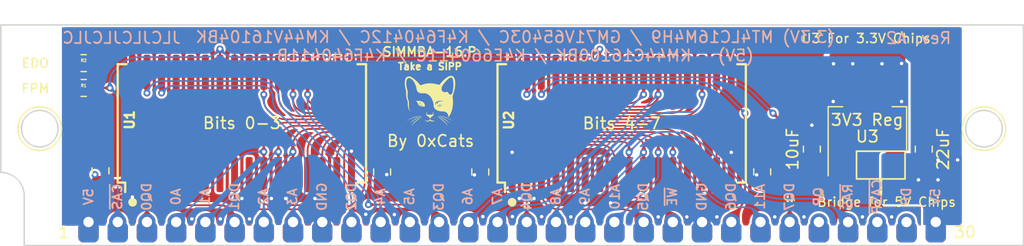
<source format=kicad_pcb>
(kicad_pcb (version 20211014) (generator pcbnew)
  (title_block (title "SIMMBA-16 (16MB EDO/FPM RAM)") (date "2022-04-19") (rev "1A") (company "0xCats"))
  (layers (0 "F.Cu" signal "Front") (31 "B.Cu" signal "Back") (34 "B.Paste" user) (35 "F.Paste" user) (36 "B.SilkS" user "B.Silkscreen") (37 "F.SilkS" user "F.Silkscreen") (38 "B.Mask" user) (39 "F.Mask" user) (44 "Edge.Cuts" user))
  (net 0 "")
  (net 1 "+5V")
  (net 2 "/DQ4")
  (net 3 "/DQ5")
  (net 8 "/~{CAS}")
  (net 10 "/~{RAS}")
  (net 14 "/DQ6")
  (net 15 "/DQ7")
  (net 16 "/DQ0")
  (net 17 "/DQ1")
  (net 26 "/DQ2")
  (net 27 "/DQ3")
  (net 28 "GND")
  (net 32 "VDD")
  (net 33 "/~{WE}")
  (net 34 "/~{OE}")
  (net 35 "/2A5")
  (net 36 "/2A4")
  (net 37 "/2A3")
  (net 38 "/2A6")
  (net 39 "/2A8")
  (net 40 "/2A9")
  (net 41 "/2A11")
  (net 42 "/2A10")
  (net 43 "/2A7")
  (net 44 "/2A0")
  (net 45 "/2A1")
  (net 46 "/2A2")
  (footprint "dram:SOJ-32_400mil" (layer "F.Cu") (at 81.079064 65.4278 90)
    (fp_text reference "U1")
    (fp_text value "MT4LC16M4H9")
  )
  (footprint "Resistor_SMD:R_0805_2012Metric_Pad1.20x1.40mm_HandSolder" (layer "F.Cu") (at 67.328264 60.186)
    (fp_text reference "R2")
    (fp_text value "EDO")
  )
  (footprint "edge connectors:SIPP_30_A2" (layer "F.Cu") (at 103.3056 74.267)
    (fp_text reference "J1" hide)
    (fp_text value "SIMM-30")
    (fp_line (start -43.18 -4.572) (end -43.18 -17.399) (layer "Edge.Cuts") (width 0.12))
    (fp_line (start 45.72 1.778) (end 45.72 -17.399) (layer "Edge.Cuts") (width 0.12))
    (fp_line (start -41.148 -2.54) (end -41.148 1.778) (layer "Edge.Cuts") (width 0.12))
    (fp_line (start -41.148 1.778) (end 45.72 1.778) (layer "Edge.Cuts") (width 0.12))
    (fp_line (start -43.18 -17.399) (end 45.72 -17.399) (layer "Edge.Cuts") (width 0.12))
    (fp_arc (start -43.18 -4.572) (mid -41.743159 -3.976841) (end -41.148 -2.54) (layer "Edge.Cuts") (width 0.12))
    (fp_circle (center 42.291 -8.382) (end 43.881 -8.382) (layer "Edge.Cuts") (width 0.12) (fill none))
    (fp_circle (center -39.8 -8.382) (end -38.21 -8.382) (layer "Edge.Cuts") (width 0.12) (fill none))
  )
  (footprint "Capacitor_SMD:C_0805_2012Metric_Pad1.18x1.45mm_HandSolder" (layer "F.Cu") (at 126.316464 69.6442 90)
    (fp_text reference "C4" hide)
    (fp_text value "220nF" hide)
  )
  (footprint "Capacitor_SMD:C_0805_2012Metric_Pad1.18x1.45mm_HandSolder" (layer "F.Cu") (at 68.785464 69.5487 90)
    (fp_text reference "C1" hide)
    (fp_text value "220nF" hide)
  )
  (footprint "graphics:cat face" (layer "F.Cu") (at 97.430892 63.773383)
    (fp_text reference "G***" hide)
    (fp_text value "LOGO" hide)
  )
  (footprint "Capacitor_SMD:C_0805_2012Metric_Pad1.18x1.45mm_HandSolder" (layer "F.Cu") (at 101.805064 69.6516 90)
    (fp_text reference "C3" hide)
    (fp_text value "220nF" hide)
  )
  (footprint "Resistor_SMD:R_0805_2012Metric_Pad1.20x1.40mm_HandSolder" (layer "F.Cu") (at 67.328264 62.345 180)
    (fp_text reference "R1")
    (fp_text value "FPM")
  )
  (footprint "Capacitor_SMD:C_0805_2012Metric_Pad1.18x1.45mm_HandSolder" (layer "F.Cu") (at 93.271064 69.6477 90)
    (fp_text reference "C2" hide)
    (fp_text value "220nF" hide)
  )
  (footprint "dram:SOJ-32_400mil" (layer "F.Cu") (at 114.099064 65.4278 90)
    (fp_text reference "U2")
    (fp_text value "MT4LC16M4H9")
  )
  (footprint "Capacitor_SMD:C_0805_2012Metric_Pad1.18x1.45mm_HandSolder" (layer "F.Cu") (at 140.362664 67.663 90)
    (fp_text reference "C5" hide)
    (fp_text value "22uF")
  )
  (footprint "Capacitor_SMD:C_0805_2012Metric_Pad1.18x1.45mm_HandSolder" (layer "F.Cu") (at 130.634464 67.663 -90)
    (fp_text reference "C6" hide)
    (fp_text value "10uF")
  )
  (footprint "Package_TO_SOT_SMD:SOT-223-3_TabPin2" (layer "F.Cu") (at 135.460464 65.885 90)
    (fp_text reference "U3")
    (fp_text value "AMS1117-3.3")
  )
  (gr_line (start 136.625064 70.358) (end 136.625064 71.628) (layer "F.SilkS") (width 0.254))
  (gr_circle (center 104.574064 72.2858) (end 104.874064 72.2858) (layer "F.SilkS") (width 0.1524) (fill solid))
  (gr_circle (center 71.579464 72.2858) (end 71.879464 72.2858) (layer "F.SilkS") (width 0.1524) (fill solid))
  (gr_rect (start 134.516864 67.8434) (end 138.733264 70.2564) (layer "F.SilkS") (width 0.15) (fill none))
  (gr_text "~{RAS}" (at 133.754864 71.8058 90) (layer "B.SilkS") (effects (font (size 0.8 0.8)) (justify mirror)))
  (gr_text "~{WE}" (at 118.489464 71.8058 90) (layer "B.SilkS") (effects (font (size 0.8 0.8)) (justify mirror)))
  (gr_text "JLCJLCJLCJLC" (at 70.614264 57.9856) (layer "B.SilkS") (effects (font (size 1 1)) (justify mirror)))
  (gr_text "DQ4" (at 105.840264 71.805799 90) (layer "B.SilkS") (effects (font (size 0.8 0.8)) (justify mirror)))
  (gr_text "DQ2" (at 90.600264 71.805799 90) (layer "B.SilkS") (effects (font (size 0.8 0.8)) (justify mirror)))
  (gr_text "(3.3V) MT4LC16M4H9 / GM71V65403C / K4F640412C / KM44V16104BK\n(5V)   KM44C16100BK / K4E660411C / K4F640411B" (at 104.849664 58.7248) (layer "B.SilkS") (effects (font (size 1 1)) (justify mirror)))
  (gr_text "A0" (at 75.334864 71.8058 90) (layer "B.SilkS") (effects (font (size 0.8 0.8)) (justify mirror)))
  (gr_text "DQ0" (at 72.794864 71.805799 90) (layer "B.SilkS") (effects (font (size 0.8 0.8)) (justify mirror)))
  (gr_text "DQ3" (at 98.194864 71.805799 90) (layer "B.SilkS") (effects (font (size 0.8 0.8)) (justify mirror)))
  (gr_text "GND" (at 88.034864 71.8058 90) (layer "B.SilkS") (effects (font (size 0.8 0.8)) (justify mirror)))
  (gr_text "5V" (at 141.374864 71.8058 90) (layer "B.SilkS") (effects (font (size 0.8 0.8)) (justify mirror)))
  (gr_text "A7" (at 103.300264 71.8058 90) (layer "B.SilkS") (effects (font (size 0.8 0.8)) (justify mirror)))
  (gr_text "A2" (at 82.954864 71.8058 90) (layer "B.SilkS") (effects (font (size 0.8 0.8)) (justify mirror)))
  (gr_text "DQ6" (at 123.594864 71.805799 90) (layer "B.SilkS") (effects (font (size 0.8 0.8)) (justify mirror)))
  (gr_text "DQ5" (at 115.974864 71.805799 90) (layer "B.SilkS") (effects (font (size 0.8 0.8)) (justify mirror)))
  (gr_text "A1" (at 77.874864 71.8058 90) (layer "B.SilkS") (effects (font (size 0.8 0.8)) (justify mirror)))
  (gr_text "A11" (at 126.134864 71.805799 90) (layer "B.SilkS") (effects (font (size 0.8 0.8)) (justify mirror)))
  (gr_text "5V" (at 67.740264 71.8058 90) (layer "B.SilkS") (effects (font (size 0.8 0.8)) (justify mirror)))
  (gr_text "DP" (at 138.834864 71.805799 90) (layer "B.SilkS") (effects (font (size 0.8 0.8)) (justify mirror)))
  (gr_text "QP" (at 131.214864 71.8058 90) (layer "B.SilkS") (effects (font (size 0.8 0.8)) (justify mirror)))
  (gr_text "Rev. A2" (at 139.905461 58.011009) (layer "B.SilkS") (effects (font (size 1 1)) (justify mirror)))
  (gr_text "~{CAS}" (at 70.254864 71.8058 90) (layer "B.SilkS") (effects (font (size 0.8 0.8)) (justify mirror)))
  (gr_text "DQ7" (at 128.674864 71.805799 90) (layer "B.SilkS") (effects (font (size 0.8 0.8)) (justify mirror)))
  (gr_text "GND" (at 121.054864 71.8058 90) (layer "B.SilkS") (effects (font (size 0.8 0.8)) (justify mirror)))
  (gr_text "A10" (at 113.511064 71.805799 90) (layer "B.SilkS") (effects (font (size 0.8 0.8)) (justify mirror)))
  (gr_text "A4" (at 93.114864 71.8058 90) (layer "B.SilkS") (effects (font (size 0.8 0.8)) (justify mirror)))
  (gr_text "A5" (at 95.654864 71.8058 90) (layer "B.SilkS") (effects (font (size 0.8 0.8)) (justify mirror)))
  (gr_text "A8" (at 108.380264 71.8058 90) (layer "B.SilkS") (effects (font (size 0.8 0.8)) (justify mirror)))
  (gr_text "DQ1" (at 80.414864 71.805799 90) (layer "B.SilkS") (effects (font (size 0.8 0.8)) (justify mirror)))
  (gr_text "A9" (at 110.894864 71.8058 90) (layer "B.SilkS") (effects (font (size 0.8 0.8)) (justify mirror)))
  (gr_text "~{CASP}" (at 136.294864 71.8058 90) (layer "B.SilkS") (effects (font (size 0.8 0.8)) (justify mirror)))
  (gr_text "A6" (at 100.709464 71.8058 90) (layer "B.SilkS") (effects (font (size 0.8 0.8)) (justify mirror)))
  (gr_text "A3" (at 85.469464 71.8058 90) (layer "B.SilkS") (effects (font (size 0.8 0.8)) (justify mirror)))
  (gr_text "EDO" (at 63.121264 60.1954) (layer "F.SilkS") (effects (font (size 0.8 0.8) (thickness 0.125))))
  (gr_text "3V3 Reg" (at 135.435064 65.123) (layer "F.SilkS") (effects (font (size 1 1))))
  (gr_text "SIMMBA-16.P" (at 97.407464 59.2074) (layer "F.SilkS") (effects (font (size 0.8 0.8))))
  (gr_text "Bridge for 5V Chips\n" (at 137.133064 72.263) (layer "F.SilkS") (effects (font (size 0.8 0.8) (thickness 0.125))))
  (gr_text "FPM" (at 63.121264 62.4052) (layer "F.SilkS") (effects (font (size 0.8 0.8) (thickness 0.125))))
  (gr_text "Bits 0-3" (at 81.079064 65.4024) (layer "F.SilkS") (effects (font (size 1 1))))
  (gr_text "Take a SIPP" (at 97.432864 60.4774) (layer "F.SilkS") (effects (font (size 0.6 0.6))))
  (gr_text "Bits 4-7" (at 114.099064 65.4278) (layer "F.SilkS") (effects (font (size 1 1))))
  (gr_text "By 0xCats" (at 97.487464 66.9518) (layer "F.SilkS") (effects (font (size 1 1))))
  (gr_text "U3 For 3.3V Chips" (at 135.355064 58.039) (layer "F.SilkS") (effects (font (size 0.8 0.8) (thickness 0.125))))
  (segment (start 140.362664 68.7005) (end 138.094964 68.7005) (width 0.6) (layer "F.Cu") (net 1))
  (via (at 139.901664 70.3326) (size 0.6) (drill 0.3) (layers "F.Cu" "B.Cu") (net 1))
  (via (at 143.305264 68.6054) (size 0.6) (drill 0.3) (layers "F.Cu" "B.Cu") (net 1))
  (via (at 141.603464 70.3326) (size 0.6) (drill 0.3) (layers "F.Cu" "B.Cu") (net 1))
  (via (at 141.603464 68.6054) (size 0.6) (drill 0.3) (layers "F.Cu" "B.Cu") (net 1))
  (segment (start 105.844064 69.8728) (end 105.844064 74.265464) (width 0.15) (layer "F.Cu") (net 2))
  (segment (start 107.114064 71.377782) (end 107.114064 69.8728) (width 0.15) (layer "F.Cu") (net 3))
  (segment (start 114.117198 72.8954) (end 108.631681 72.8954) (width 0.15) (layer "F.Cu") (net 3))
  (segment (start 115.4525 73.4485) (end 116.0056 74.0016) (width 0.15) (layer "F.Cu") (net 3))
  (arc (start 107.114064 71.377782) (mid 107.229585 71.958549) (end 107.558564 72.4509) (width 0.15) (layer "F.Cu") (net 3))
  (arc (start 107.558564 72.4509) (mid 108.050914 72.779878) (end 108.631681 72.8954) (width 0.15) (layer "F.Cu") (net 3))
  (arc (start 115.4525 73.4485) (mid 114.839858 73.039146) (end 114.117198 72.8954) (width 0.15) (layer "F.Cu") (net 3))
  (segment (start 79.174064 58.9508) (end 79.174064 60.932) (width 0.15) (layer "F.Cu") (net 8))
  (segment (start 112.194064 58.9762) (end 112.194064 60.9828) (width 0.15) (layer "F.Cu") (net 8))
  (segment (start 69.607664 62.345) (end 68.328264 62.345) (width 0.15) (layer "F.Cu") (net 8))
  (via (at 79.174064 58.9508) (size 0.6) (drill 0.3) (layers "F.Cu" "B.Cu") (net 8))
  (via (at 112.194064 58.9762) (size 0.6) (drill 0.3) (layers "F.Cu" "B.Cu") (net 8))
  (via (at 69.607664 62.345) (size 0.6) (drill 0.3) (layers "F.Cu" "B.Cu") (net 8))
  (segment (start 80.388158 59.662) (end 111.02333 59.662) (width 0.15) (layer "B.Cu") (net 8))
  (segment (start 70.2856 63.502309) (end 70.2856 74.0016) (width 0.15) (layer "B.Cu") (net 8))
  (segment (start 72.236608 59.662) (end 77.959969 59.662) (width 0.15) (layer "B.Cu") (net 8))
  (segment (start 69.607664 61.7735) (end 69.607664 62.345) (width 0.15) (layer "B.Cu") (net 8))
  (segment (start 112.194064 58.9762) (end 111.851164 59.3191) (width 0.15) (layer "B.Cu") (net 8))
  (segment (start 69.946632 62.683968) (end 69.607664 62.345) (width 0.15) (layer "B.Cu") (net 8))
  (segment (start 79.174064 58.9508) (end 78.818464 59.3064) (width 0.15) (layer "B.Cu") (net 8))
  (segment (start 70.011775 60.797888) (end 70.377664 60.432) (width 0.15) (layer "B.Cu") (net 8))
  (segment (start 79.174064 58.9508) (end 79.529664 59.3064) (width 0.15) (layer "B.Cu") (net 8))
  (arc (start 70.377664 60.432) (mid 71.230554 59.862116) (end 72.236608 59.662) (width 0.15) (layer "B.Cu") (net 8))
  (arc (start 69.946632 62.683968) (mid 70.197505 63.059426) (end 70.2856 63.502309) (width 0.15) (layer "B.Cu") (net 8))
  (arc (start 111.851164 59.3191) (mid 111.47135 59.572883) (end 111.02333 59.662) (width 0.15) (layer "B.Cu") (net 8))
  (arc (start 79.529664 59.3064) (mid 79.923544 59.569582) (end 80.388158 59.662) (width 0.15) (layer "B.Cu") (net 8))
  (arc (start 69.607664 61.7735) (mid 69.712689 61.245502) (end 70.011775 60.797888) (width 0.15) (layer "B.Cu") (net 8))
  (arc (start 78.818464 59.3064) (mid 78.424583 59.569582) (end 77.959969 59.662) (width 0.15) (layer "B.Cu") (net 8))
  (segment (start 83.650872 72.533311) (end 89.286373 72.533311) (width 0.15) (layer "F.Cu") (net 10))
  (segment (start 114.734064 67.584542) (end 114.734064 67.9424) (width 0.15) (layer "F.Cu") (net 10))
  (segment (start 114.16389 67.014369) (end 91.206427 67.014369) (width 0.15) (layer "F.Cu") (net 10))
  (segment (start 82.26255 71.947241) (end 82.281342 71.966033) (width 0.15) (layer "F.Cu") (net 10))
  (segment (start 89.969064 71.85062) (end 89.969064 68.251732) (width 0.15) (layer "F.Cu") (net 10))
  (segment (start 114.734064 67.9424) (end 114.734064 69.8728) (width 0.15) (layer "F.Cu") (net 10))
  (via (at 114.734064 67.9424) (size 0.6) (drill 0.3) (layers "F.Cu" "B.Cu") (net 10))
  (arc (start 90.331479 67.376784) (mid 90.063252 67.778213) (end 89.969064 68.251732) (width 0.15) (layer "F.Cu") (net 10))
  (arc (start 90.331479 67.376784) (mid 90.732908 67.108557) (end 91.206427 67.014369) (width 0.15) (layer "F.Cu") (net 10))
  (arc (start 114.16389 67.014369) (mid 114.382086 67.05777) (end 114.567064 67.181369) (width 0.15) (layer "F.Cu") (net 10))
  (arc (start 89.969064 71.85062) (mid 89.917097 72.111874) (end 89.769108 72.333355) (width 0.15) (layer "F.Cu") (net 10))
  (arc (start 83.650872 72.533311) (mid 82.909687 72.38588) (end 82.281342 71.966033) (width 0.15) (layer "F.Cu") (net 10))
  (arc (start 114.734064 67.584542) (mid 114.690662 67.366346) (end 114.567064 67.181369) (width 0.15) (layer "F.Cu") (net 10))
  (arc (start 82.26255 71.947241) (mid 81.85661 71.339709) (end 81.714064 70.623077) (width 0.15) (layer "F.Cu") (net 10))
  (arc (start 89.286373 72.533311) (mid 89.547627 72.481344) (end 89.769108 72.333355) (width 0.15) (layer "F.Cu") (net 10))
  (segment (start 132.7753 72.9913) (end 133.7856 74.0016) (width 0.15) (layer "B.Cu") (net 10))
  (segment (start 118.290064 66.1644) (end 117.769299 66.1644) (width 0.15) (layer "B.Cu") (net 10))
  (segment (start 114.734064 67.9424) (end 115.623064 67.0534) (width 0.15) (layer "B.Cu") (net 10))
  (segment (start 128.138627 71.981) (end 130.33622 71.981) (width 0.15) (layer "B.Cu") (net 10))
  (segment (start 121.325299 67.421635) (end 124.290871 70.387207) (width 0.15) (layer "B.Cu") (net 10))
  (arc (start 132.7753 72.9913) (mid 131.65624 72.243568) (end 130.33622 71.981) (width 0.15) (layer "B.Cu") (net 10))
  (arc (start 124.290871 70.387207) (mid 126.056236 71.566786) (end 128.138627 71.981) (width 0.15) (layer "B.Cu") (net 10))
  (arc (start 117.769299 66.1644) (mid 116.607765 66.395443) (end 115.623064 67.0534) (width 0.15) (layer "B.Cu") (net 10))
  (arc (start 118.290064 66.1644) (mid 119.932721 66.491144) (end 121.325299 67.421635) (width 0.15) (layer "B.Cu") (net 10))
  (segment (start 107.114064 62.9132) (end 107.114064 60.9828) (width 0.15) (layer "F.Cu") (net 14))
  (segment (start 123.88657 73.267893) (end 124.221732 72.932732) (width 0.15) (layer "F.Cu") (net 14))
  (segment (start 124.817864 71.493542) (end 124.817864 64.5388) (width 0.15) (layer "F.Cu") (net 14))
  (via (at 107.114064 62.9132) (size 0.6) (drill 0.3) (layers "F.Cu" "B.Cu") (net 14))
  (via (at 124.817864 64.5388) (size 0.6) (drill 0.3) (layers "F.Cu" "B.Cu") (net 14))
  (arc (start 123.6256 73.897932) (mid 123.693423 73.556957) (end 123.88657 73.267893) (width 0.15) (layer "F.Cu") (net 14))
  (arc (start 124.817864 71.493542) (mid 124.662934 72.272426) (end 124.221732 72.932732) (width 0.15) (layer "F.Cu") (net 14))
  (segment (start 108.079264 61.948) (end 108.028464 61.9988) (width 0.15) (layer "B.Cu") (net 14))
  (segment (start 107.977664 62.0496) (end 107.926864 62.1004) (width 0.15) (layer "B.Cu") (net 14))
  (segment (start 108.130064 61.8972) (end 108.079264 61.948) (width 0.15) (layer "B.Cu") (net 14))
  (segment (start 108.028464 61.9988) (end 107.977664 62.0496) (width 0.15) (layer "B.Cu") (net 14))
  (segment (start 108.195004 61.83226) (end 108.130064 61.8972) (width 0.15) (layer "B.Cu") (net 14))
  (segment (start 107.114064 62.9132) (end 107.926864 62.1004) (width 0.15) (layer "B.Cu") (net 14))
  (segment (start 119.95657 61.69112) (end 108.535746 61.69112) (width 0.15) (layer "B.Cu") (net 14))
  (segment (start 123.394024 63.11496) (end 124.817864 64.5388) (width 0.15) (layer "B.Cu") (net 14))
  (arc (start 123.394024 63.11496) (mid 121.816906 62.061163) (end 119.95657 61.69112) (width 0.15) (layer "B.Cu") (net 14))
  (arc (start 108.195004 61.83226) (mid 108.351337 61.727801) (end 108.535746 61.69112) (width 0.15) (layer "B.Cu") (net 14))
  (segment (start 128.7056 67.012971) (end 128.7056 74.267) (width 0.15) (layer "F.Cu") (net 15))
  (segment (start 105.844064 62.9132) (end 105.844064 60.9828) (width 0.15) (layer "F.Cu") (net 15))
  (segment (start 127.980932 65.263468) (end 127.256264 64.5388) (width 0.15) (layer "F.Cu") (net 15))
  (via (at 105.844064 62.9132) (size 0.6) (drill 0.3) (layers "F.Cu" "B.Cu") (net 15))
  (via (at 127.256264 64.5388) (size 0.6) (drill 0.3) (layers "F.Cu" "B.Cu") (net 15))
  (arc (start 128.7056 67.012971) (mid 128.517264 66.066146) (end 127.980932 65.263468) (width 0.15) (layer "F.Cu") (net 15))
  (segment (start 127.256264 64.5388) (end 125.694164 62.9767) (width 0.15) (layer "B.Cu") (net 15))
  (segment (start 105.844064 62.9132) (end 106.593364 62.1639) (width 0.15) (layer "B.Cu") (net 15))
  (segment (start 121.92292 61.4146) (end 108.402334 61.4146) (width 0.15) (layer "B.Cu") (net 15))
  (arc (start 106.593364 62.1639) (mid 107.423326 61.609336) (end 108.402334 61.4146) (width 0.15) (layer "B.Cu") (net 15))
  (arc (start 121.92292 61.4146) (mid 123.963902 61.820576) (end 125.694164 62.9767) (width 0.15) (layer "B.Cu") (net 15))
  (segment (start 72.824064 69.822) (end 72.824064 74.265464) (width 0.15) (layer "F.Cu") (net 16))
  (segment (start 75.821997 72.5424) (end 79.179036 72.5424) (width 0.15) (layer "F.Cu") (net 17))
  (segment (start 80.074632 72.913368) (end 80.192008 73.030744) (width 0.15) (layer "F.Cu") (net 17))
  (arc (start 74.600164 72.0363) (mid 75.160745 72.410868) (end 75.821997 72.5424) (width 0.15) (layer "F.Cu") (net 17))
  (arc (start 80.192008 73.030744) (mid 80.379693 73.311635) (end 80.4456 73.642968) (width 0.15) (layer "F.Cu") (net 17))
  (arc (start 74.094064 70.814466) (mid 74.225595 71.475717) (end 74.600164 72.0363) (width 0.15) (layer "F.Cu") (net 17))
  (arc (start 80.074632 72.913368) (mid 79.663729 72.638811) (end 79.179036 72.5424) (width 0.15) (layer "F.Cu") (net 17))
  (segment (start 74.094064 62.7862) (end 74.094064 60.932) (width 0.15) (layer "F.Cu") (net 26))
  (via (at 74.094064 62.7862) (size 0.6) (drill 0.3) (layers "F.Cu" "B.Cu") (net 26))
  (segment (start 89.480924 69.69586) (end 84.207696 64.422632) (width 0.15) (layer "B.Cu") (net 26))
  (segment (start 90.6056 72.411068) (end 90.6056 74.0016) (width 0.15) (layer "B.Cu") (net 26))
  (segment (start 74.094064 62.7862) (end 74.410264 62.47) (width 0.15) (layer "B.Cu") (net 26))
  (segment (start 83.767664 63.151091) (end 83.767664 63.3603) (width 0.15) (layer "B.Cu") (net 26))
  (segment (start 82.770372 62.1538) (end 75.173638 62.1538) (width 0.15) (layer "B.Cu") (net 26))
  (arc (start 74.410264 62.47) (mid 74.760503 62.235977) (end 75.173638 62.1538) (width 0.15) (layer "B.Cu") (net 26))
  (arc (start 82.770372 62.1538) (mid 83.152019 62.229714) (end 83.475564 62.4459) (width 0.15) (layer "B.Cu") (net 26))
  (arc (start 83.767664 63.3603) (mid 83.882024 63.93523) (end 84.207696 64.422632) (width 0.15) (layer "B.Cu") (net 26))
  (arc (start 83.767664 63.151091) (mid 83.691749 62.769444) (end 83.475564 62.4459) (width 0.15) (layer "B.Cu") (net 26))
  (arc (start 89.480924 69.69586) (mid 90.313306 70.941608) (end 90.6056 72.411068) (width 0.15) (layer "B.Cu") (net 26))
  (segment (start 96.579716 72.4916) (end 92.073464 72.4916) (width 0.15) (layer "F.Cu") (net 27))
  (segment (start 72.824064 62.7862) (end 72.824064 60.932) (width 0.15) (layer "F.Cu") (net 27))
  (segment (start 97.743532 72.973668) (end 98.032607 73.262743) (width 0.15) (layer "F.Cu") (net 27))
  (via (at 92.073464 72.4916) (size 0.6) (drill 0.3) (layers "F.Cu" "B.Cu") (net 27))
  (via (at 72.824064 62.7862) (size 0.6) (drill 0.3) (layers "F.Cu" "B.Cu") (net 27))
  (arc (start 97.743532 72.973668) (mid 97.209568 72.616885) (end 96.579716 72.4916) (width 0.15) (layer "F.Cu") (net 27))
  (arc (start 98.2256 73.728668) (mid 98.175442 73.476511) (end 98.032607 73.262743) (width 0.15) (layer "F.Cu") (net 27))
  (segment (start 72.824064 62.6465) (end 72.824064 62.7862) (width 0.15) (layer "B.Cu") (net 27))
  (segment (start 82.659851 61.7448) (end 74.124879 61.7448) (width 0.15) (layer "B.Cu") (net 27))
  (segment (start 73.205063 62.125799) (end 72.922846 62.408017) (width 0.15) (layer "B.Cu") (net 27))
  (segment (start 92.073464 72.009) (end 92.073464 72.4916) (width 0.15) (layer "B.Cu") (net 27))
  (segment (start 83.820364 62.2255) (end 83.93061 62.335746) (width 0.15) (layer "B.Cu") (net 27))
  (segment (start 91.732214 71.18515) (end 84.671517 64.124453) (width 0.15) (layer "B.Cu") (net 27))
  (arc (start 83.820364 62.2255) (mid 83.287916 61.869729) (end 82.659851 61.7448) (width 0.15) (layer "B.Cu") (net 27))
  (arc (start 73.205063 62.125799) (mid 73.627078 61.843818) (end 74.124879 61.7448) (width 0.15) (layer "B.Cu") (net 27))
  (arc (start 84.301064 63.2301) (mid 84.204786 62.746079) (end 83.93061 62.335746) (width 0.15) (layer "B.Cu") (net 27))
  (arc (start 72.824064 62.6465) (mid 72.849736 62.517433) (end 72.922846 62.408017) (width 0.15) (layer "B.Cu") (net 27))
  (arc (start 84.301064 63.2301) (mid 84.397341 63.71412) (end 84.671517 64.124453) (width 0.15) (layer "B.Cu") (net 27))
  (arc (start 91.732214 71.18515) (mid 91.984776 71.563135) (end 92.073464 72.009) (width 0.15) (layer "B.Cu") (net 27))
  (via (at 122.379464 73.5558) (size 0.6) (drill 0.3) (layers "F.Cu" "B.Cu") (net 28))
  (via (at 129.948664 73.5558) (size 0.6) (drill 0.3) (layers "F.Cu" "B.Cu") (net 28))
  (via (at 107.139464 73.5304) (size 0.6) (drill 0.3) (layers "F.Cu" "B.Cu") (net 28))
  (via (at 117.274064 73.5558) (size 0.6) (drill 0.3) (layers "F.Cu" "B.Cu") (net 28))
  (via (at 109.679464 73.5558) (size 0.6) (drill 0.3) (layers "F.Cu" "B.Cu") (net 28))
  (via (at 135.028664 73.5558) (size 0.6) (drill 0.3) (layers "F.Cu" "B.Cu") (net 28))
  (via (at 106.475264 71.9582) (size 0.6) (drill 0.3) (layers "F.Cu" "B.Cu") (net 28))
  (via (at 119.763264 73.5558) (size 0.6) (drill 0.3) (layers "F.Cu" "B.Cu") (net 28))
  (via (at 102.030264 73.533) (size 0.6) (drill 0.3) (layers "F.Cu" "B.Cu") (net 28))
  (via (at 79.199464 73.7336) (size 0.6) (drill 0.3) (layers "F.Cu" "B.Cu") (net 28))
  (via (at 87.429064 71.9556) (size 0.6) (drill 0.3) (layers "F.Cu" "B.Cu") (net 28))
  (via (at 83.644464 71.9556) (size 0.6) (drill 0.3) (layers "F.Cu" "B.Cu") (net 28))
  (via (at 127.408664 73.5558) (size 0.6) (drill 0.3) (layers "F.Cu" "B.Cu") (net 28))
  (via (at 76.735664 73.7336) (size 0.6) (drill 0.3) (layers "F.Cu" "B.Cu") (net 28))
  (via (at 94.337864 73.3526) (size 0.6) (drill 0.3) (layers "F.Cu" "B.Cu") (net 28))
  (via (at 110.924064 72.3366) (size 0.6) (drill 0.3) (layers "F.Cu" "B.Cu") (net 28))
  (via (at 81.739464 73.7336) (size 0.6) (drill 0.3) (layers "F.Cu" "B.Cu") (net 28))
  (via (at 113.133864 72.3366) (size 0.6) (drill 0.3) (layers "F.Cu" "B.Cu") (net 28))
  (via (at 137.568664 73.5558) (size 0.6) (drill 0.3) (layers "F.Cu" "B.Cu") (net 28))
  (via (at 104.599464 73.5304) (size 0.6) (drill 0.3) (layers "F.Cu" "B.Cu") (net 28))
  (via (at 84.889064 71.9556) (size 0.6) (drill 0.3) (layers "F.Cu" "B.Cu") (net 28))
  (via (at 105.205264 71.9582) (size 0.6) (drill 0.3) (layers "F.Cu" "B.Cu") (net 28))
  (via (at 91.848664 73.3298) (size 0.6) (drill 0.3) (layers "F.Cu" "B.Cu") (net 28))
  (via (at 81.079064 71.9556) (size 0.6) (drill 0.3) (layers "F.Cu" "B.Cu") (net 28))
  (segment (start 68.302464 69.8767) (end 68.302464 70.1772) (width 0.2) (layer "F.Cu") (net 32))
  (segment (start 90.600264 69.8754) (end 90.600264 67.945) (width 0.6) (layer "F.Cu") (net 32))
  (segment (start 71.197364 70.2295) (end 71.554064 69.8728) (width 0.6) (layer "F.Cu") (net 32))
  (segment (start 130.634464 65.5802) (end 130.634464 66.6255) (width 0.6) (layer "F.Cu") (net 32))
  (segment (start 70.336214 70.5862) (end 68.785464 70.5862) (width 0.6) (layer "F.Cu") (net 32))
  (segment (start 123.624064 67.9424) (end 123.624064 69.8728) (width 0.6) (layer "F.Cu") (net 32))
  (segment (start 104.574064 67.9424) (end 104.574064 69.8728) (width 0.6) (layer "F.Cu") (net 32))
  (segment (start 101.297064 69.9021) (end 101.297064 70.05235) (width 0.2) (layer "F.Cu") (net 32))
  (segment (start 71.554064 69.8474) (end 71.554064 71.7524) (width 0.6) (layer "F.Cu") (net 32))
  (segment (start 125.833464 69.8982) (end 125.833464 70.1987) (width 0.2) (layer "F.Cu") (net 32))
  (segment (start 93.673664 69.8754) (end 93.673664 70.2826) (width 0.15) (layer "F.Cu") (net 32))
  (via (at 134.190464 60.2462) (size 0.6) (drill 0.3) (layers "F.Cu" "B.Cu") (net 32))
  (via (at 93.673664 69.8754) (size 0.6) (drill 0.3) (layers "F.Cu" "B.Cu") (net 32))
  (via (at 104.574064 67.9424) (size 0.6) (drill 0.3) (layers "F.Cu" "B.Cu") (net 32))
  (via (at 132.488664 63.5228) (size 0.6) (drill 0.3) (layers "F.Cu" "B.Cu") (net 32))
  (via (at 136.730464 60.2462) (size 0.6) (drill 0.3) (layers "F.Cu" "B.Cu") (net 32))
  (via (at 71.554064 71.8286) (size 0.6) (drill 0.3) (layers "F.Cu" "B.Cu") (net 32))
  (via (at 130.634464 65.5802) (size 0.6) (drill 0.3) (layers "F.Cu" "B.Cu") (net 32))
  (via (at 68.302464 69.8767) (size 0.6) (drill 0.3) (layers "F.Cu" "B.Cu") (net 32))
  (via (at 132.514064 60.2462) (size 0.6) (drill 0.3) (layers "F.Cu" "B.Cu") (net 32))
  (via (at 138.432264 63.5228) (size 0.6) (drill 0.3) (layers "F.Cu" "B.Cu") (net 32))
  (via (at 125.833464 69.8982) (size 0.6) (drill 0.3) (layers "F.Cu" "B.Cu") (net 32))
  (via (at 101.297064 69.9021) (size 0.6) (drill 0.3) (layers "F.Cu" "B.Cu") (net 32))
  (via (at 138.432264 60.2208) (size 0.6) (drill 0.3) (layers "F.Cu" "B.Cu") (net 32))
  (via (at 123.624064 67.9424) (size 0.6) (drill 0.3) (layers "F.Cu" "B.Cu") (net 32))
  (via (at 90.604064 67.8408) (size 0.6) (drill 0.3) (layers "F.Cu" "B.Cu") (net 32))
  (arc (start 101.403306 70.308842) (mid 101.324675 70.191162) (end 101.297064 70.05235) (width 0.2) (layer "F.Cu") (net 32))
  (arc (start 70.336214 70.5862) (mid 70.802265 70.493496) (end 71.197364 70.2295) (width 0.6) (layer "F.Cu") (net 32))
  (segment (start 80.444064 71.898108) (end 80.444064 69.8474) (width 0.15) (layer "F.Cu") (net 33))
  (segment (start 92.277615 67.290889) (end 112.308504 67.290889) (width 0.15) (layer "F.Cu") (net 33))
  (segment (start 117.705864 72.7176) (end 118.345807 73.357543) (width 0.15) (layer "F.Cu") (net 33))
  (segment (start 113.464064 71.27162) (end 113.464064 71.445794) (width 0.15) (layer "F.Cu") (net 33))
  (segment (start 81.441355 72.8954) (end 89.257554 72.8954) (width 0.15) (layer "F.Cu") (net 33))
  (segment (start 113.897669 71.8794) (end 115.68227 71.8794) (width 0.15) (layer "F.Cu") (net 33))
  (segment (start 91.772464 70.38049) (end 91.772464 67.79604) (width 0.15) (layer "F.Cu") (net 33))
  (arc (start 117.705864 72.7176) (mid 116.777431 72.097241) (end 115.68227 71.8794) (width 0.15) (layer "F.Cu") (net 33))
  (arc (start 80.736164 72.6033) (mid 81.059708 72.819485) (end 81.441355 72.8954) (width 0.15) (layer "F.Cu") (net 33))
  (arc (start 113.591064 71.7524) (mid 113.49707 71.611728) (end 113.464064 71.445794) (width 0.15) (layer "F.Cu") (net 33))
  (arc (start 91.772464 70.38049) (mid 91.581027 71.342904) (end 91.035864 72.1588) (width 0.15) (layer "F.Cu") (net 33))
  (arc (start 92.277615 67.290889) (mid 92.084302 67.329341) (end 91.920419 67.438844) (width 0.15) (layer "F.Cu") (net 33))
  (arc (start 118.544064 73.836177) (mid 118.492538 73.577142) (end 118.345807 73.357543) (width 0.15) (layer "F.Cu") (net 33))
  (arc (start 80.736164 72.6033) (mid 80.519978 72.279755) (end 80.444064 71.898108) (width 0.15) (layer "F.Cu") (net 33))
  (arc (start 113.125608 67.629344) (mid 113.376102 68.004234) (end 113.464064 68.446448) (width 0.15) (layer "F.Cu") (net 33))
  (arc (start 91.035864 72.1588) (mid 90.219968 72.703963) (end 89.257554 72.8954) (width 0.15) (layer "F.Cu") (net 33))
  (arc (start 91.772464 67.79604) (mid 91.810916 67.602727) (end 91.920419 67.438844) (width 0.15) (layer "F.Cu") (net 33))
  (arc (start 113.125608 67.629344) (mid 112.750717 67.37885) (end 112.308504 67.290889) (width 0.15) (layer "F.Cu") (net 33))
  (arc (start 113.897669 71.8794) (mid 113.731735 71.846393) (end 113.591064 71.7524) (width 0.15) (layer "F.Cu") (net 33))
  (segment (start 68.117311 57.9094) (end 79.793656 57.9094) (width 0.15) (layer "F.Cu") (net 34))
  (segment (start 113.464064 58.646528) (end 113.464064 60.9828) (width 0.15) (layer "F.Cu") (net 34))
  (segment (start 66.328264 60.9494) (end 66.328264 61.8798) (width 0.15) (layer "F.Cu") (net 34))
  (segment (start 80.444064 58.559807) (end 80.444064 60.932) (width 0.15) (layer "F.Cu") (net 34))
  (segment (start 66.328264 61.8798) (end 66.328264 62.345) (width 0.6) (layer "F.Cu") (net 34))
  (segment (start 112.726935 57.9094) (end 81.094471 57.9094) (width 0.15) (layer "F.Cu") (net 34))
  (segment (start 66.328264 60.49315) (end 66.328264 60.9494) (width 0.15) (layer "F.Cu") (net 34))
  (segment (start 66.762639 58.523024) (end 66.852264 58.4334) (width 0.15) (layer "F.Cu") (net 34))
  (arc (start 68.117311 57.9094) (mid 67.432672 58.045583) (end 66.852264 58.4334) (width 0.15) (layer "F.Cu") (net 34))
  (arc (start 80.253564 58.0999) (mid 80.444064 58.178807) (end 80.634564 58.0999) (width 0.15) (layer "F.Cu") (net 34))
  (arc (start 112.726935 57.9094) (mid 113.009022 57.96551) (end 113.248164 58.1253) (width 0.15) (layer "F.Cu") (net 34))
  (arc (start 80.253564 58.0999) (mid 80.042556 57.958909) (end 79.793656 57.9094) (width 0.15) (layer "F.Cu") (net 34))
  (arc (start 66.762639 58.523024) (mid 66.441154 59.00416) (end 66.328264 59.5717) (width 0.15) (layer "F.Cu") (net 34))
  (arc (start 80.444064 58.559807) (mid 80.493573 58.310907) (end 80.634564 58.0999) (width 0.15) (layer "F.Cu") (net 34))
  (arc (start 80.253564 58.0999) (mid 80.394554 58.310907) (end 80.444064 58.559807) (width 0.15) (layer "F.Cu") (net 34))
  (arc (start 113.464064 58.646528) (mid 113.407953 58.364441) (end 113.248164 58.1253) (width 0.15) (layer "F.Cu") (net 34))
  (arc (start 81.094471 57.9094) (mid 80.845571 57.958909) (end 80.634564 58.0999) (width 0.15) (layer "F.Cu") (net 34))
  (segment (start 82.984064 67.8916) (end 82.984064 67.2058) (width 0.15) (layer "F.Cu") (net 35))
  (segment (start 122.354064 68.340895) (end 122.354064 69.8728) (width 0.15) (layer "F.Cu") (net 35))
  (segment (start 83.566439 65.937624) (end 83.468997 66.035065) (width 0.15) (layer "F.Cu") (net 35))
  (segment (start 82.984064 67.8916) (end 82.984064 69.822) (width 0.15) (layer "F.Cu") (net 35))
  (segment (start 119.368417 65.355249) (end 84.972418 65.355249) (width 0.15) (layer "F.Cu") (net 35))
  (via (at 82.984064 67.8916) (size 0.6) (drill 0.3) (layers "F.Cu" "B.Cu") (net 35))
  (arc (start 83.566439 65.937624) (mid 84.211507 65.506603) (end 84.972418 65.355249) (width 0.15) (layer "F.Cu") (net 35))
  (arc (start 82.984064 67.2058) (mid 83.110093 66.572203) (end 83.468997 66.035065) (width 0.15) (layer "F.Cu") (net 35))
  (arc (start 122.354064 68.340895) (mid 122.126795 67.198337) (end 121.479588 66.229724) (width 0.15) (layer "F.Cu") (net 35))
  (arc (start 119.368417 65.355249) (mid 120.510974 65.582517) (end 121.479588 66.229724) (width 0.15) (layer "F.Cu") (net 35))
  (segment (start 75.740938 73.626261) (end 76.116277 73.250922) (width 0.15) (layer "B.Cu") (net 35))
  (segment (start 82.229832 67.8916) (end 82.984064 67.8916) (width 0.15) (layer "B.Cu") (net 35))
  (segment (start 80.942277 68.424922) (end 75.740938 73.626261) (width 0.15) (layer "B.Cu") (net 35))
  (arc (start 82.229832 67.8916) (mid 81.533012 68.030205) (end 80.942277 68.424922) (width 0.15) (layer "B.Cu") (net 35))
  (segment (start 118.527106 65.631769) (end 85.730346 65.631769) (width 0.15) (layer "F.Cu") (net 36))
  (segment (start 84.254064 67.8916) (end 84.254064 69.822) (width 0.15) (layer "F.Cu") (net 36))
  (segment (start 84.254064 67.8916) (end 84.254064 67.108051) (width 0.15) (layer "F.Cu") (net 36))
  (segment (start 121.084064 68.188726) (end 121.084064 69.8728) (width 0.15) (layer "F.Cu") (net 36))
  (via (at 84.254064 67.8916) (size 0.6) (drill 0.3) (layers "F.Cu" "B.Cu") (net 36))
  (arc (start 121.084064 68.188726) (mid 120.889427 67.21022) (end 120.335148 66.380684) (width 0.15) (layer "F.Cu") (net 36))
  (arc (start 84.686457 66.064162) (mid 85.165397 65.744144) (end 85.730346 65.631769) (width 0.15) (layer "F.Cu") (net 36))
  (arc (start 84.254064 67.108051) (mid 84.366439 66.543102) (end 84.686457 66.064162) (width 0.15) (layer "F.Cu") (net 36))
  (arc (start 118.527106 65.631769) (mid 119.505611 65.826405) (end 120.335148 66.380684) (width 0.15) (layer "F.Cu") (net 36))
  (segment (start 84.254064 67.8916) (end 84.134832 67.8916) (width 0.15) (layer "B.Cu") (net 36))
  (segment (start 83.93129 67.975909) (end 77.9056 74.0016) (width 0.15) (layer "B.Cu") (net 36))
  (arc (start 84.134832 67.8916) (mid 84.024675 67.913511) (end 83.93129 67.975909) (width 0.15) (layer "B.Cu") (net 36))
  (segment (start 119.814064 67.993197) (end 119.814064 69.8728) (width 0.15) (layer "F.Cu") (net 37))
  (segment (start 85.909523 66.415895) (end 85.970596 66.354821) (width 0.15) (layer "F.Cu") (net 37))
  (segment (start 85.524064 67.8916) (end 85.524064 69.822) (width 0.15) (layer "F.Cu") (net 37))
  (segment (start 117.729155 65.908289) (end 87.048623 65.908289) (width 0.15) (layer "F.Cu") (net 37))
  (segment (start 85.524064 67.346477) (end 85.524064 67.8916) (width 0.15) (layer "F.Cu") (net 37))
  (via (at 85.524064 67.8916) (size 0.6) (drill 0.3) (layers "F.Cu" "B.Cu") (net 37))
  (arc (start 119.814064 67.993197) (mid 119.655359 67.195337) (end 119.203408 66.518944) (width 0.15) (layer "F.Cu") (net 37))
  (arc (start 117.729155 65.908289) (mid 118.527015 66.066993) (end 119.203408 66.518944) (width 0.15) (layer "F.Cu") (net 37))
  (arc (start 87.048623 65.908289) (mid 86.465199 66.024338) (end 85.970596 66.354821) (width 0.15) (layer "F.Cu") (net 37))
  (arc (start 85.524064 67.346477) (mid 85.624241 66.842849) (end 85.909523 66.415895) (width 0.15) (layer "F.Cu") (net 37))
  (segment (start 85.524064 67.8916) (end 84.248328 69.167335) (width 0.15) (layer "B.Cu") (net 37))
  (segment (start 82.9856 72.215832) (end 82.9856 74.0016) (width 0.15) (layer "B.Cu") (net 37))
  (arc (start 82.9856 72.215832) (mid 83.313772 70.565997) (end 84.248328 69.167335) (width 0.15) (layer "B.Cu") (net 37))
  (segment (start 82.984064 62.596187) (end 82.984064 62.230331) (width 0.15) (layer "F.Cu") (net 38))
  (segment (start 84.94977 65.078729) (end 120.691881 65.078729) (width 0.15) (layer "F.Cu") (net 38))
  (segment (start 122.354064 63.416546) (end 122.354064 60.9828) (width 0.15) (layer "F.Cu") (net 38))
  (segment (start 82.984064 63.12861) (end 82.984064 63.394822) (width 0.15) (layer "F.Cu") (net 38))
  (segment (start 83.559806 64.502987) (end 83.360543 64.303724) (width 0.15) (layer "F.Cu") (net 38))
  (segment (start 82.984064 62.596187) (end 82.984064 63.12861) (width 0.15) (layer "F.Cu") (net 38))
  (via (at 82.984064 62.9132) (size 0.6) (drill 0.3) (layers "F.Cu" "B.Cu") (net 38))
  (arc (start 121.867222 64.591887) (mid 122.227537 64.052636) (end 122.354064 63.416546) (width 0.15) (layer "F.Cu") (net 38))
  (arc (start 120.691881 65.078729) (mid 121.327971 64.952202) (end 121.867222 64.591887) (width 0.15) (layer "F.Cu") (net 38))
  (arc (start 82.984064 63.394822) (mid 83.081907 63.886716) (end 83.360543 64.303724) (width 0.15) (layer "F.Cu") (net 38))
  (arc (start 84.94977 65.078729) (mid 84.197526 64.929098) (end 83.559806 64.502987) (width 0.15) (layer "F.Cu") (net 38))
  (segment (start 86.663264 69.5668) (end 86.663264 70.74735) (width 0.15) (layer "B.Cu") (net 38))
  (segment (start 82.984064 63.3825) (end 82.984064 62.8624) (width 0.15) (layer "B.Cu") (net 38))
  (segment (start 86.094432 72.120632) (end 85.98951 72.225553) (width 0.15) (layer "B.Cu") (net 38))
  (segment (start 83.35183 64.270366) (end 85.259657 66.178193) (width 0.15) (layer "B.Cu") (net 38))
  (arc (start 82.984064 63.3825) (mid 83.079643 63.863009) (end 83.35183 64.270366) (width 0.15) (layer "B.Cu") (net 38))
  (arc (start 86.094432 72.120632) (mid 86.515429 71.490564) (end 86.663264 70.74735) (width 0.15) (layer "B.Cu") (net 38))
  (arc (start 86.663264 69.5668) (mid 86.298478 67.732899) (end 85.259657 66.178193) (width 0.15) (layer "B.Cu") (net 38))
  (arc (start 85.98951 72.225553) (mid 85.646166 72.739403) (end 85.5256 73.345532) (width 0.15) (layer "B.Cu") (net 38))
  (segment (start 119.814064 63.157197) (end 119.814064 60.9828) (width 0.15) (layer "F.Cu") (net 39))
  (segment (start 85.524064 63.091) (end 85.524064 63.3196) (width 0.15) (layer "F.Cu") (net 39))
  (segment (start 85.524064 62.4052) (end 85.524064 62.6338) (width 0.15) (layer "F.Cu") (net 39))
  (segment (start 118.445572 64.525689) (end 86.802497 64.525689) (width 0.15) (layer "F.Cu") (net 39))
  (segment (start 85.524064 62.6338) (end 85.524064 63.091) (width 0.15) (layer "F.Cu") (net 39))
  (segment (start 85.847353 64.100089) (end 85.898508 64.151244) (width 0.15) (layer "F.Cu") (net 39))
  (via (at 85.524064 62.9132) (size 0.6) (drill 0.3) (layers "F.Cu" "B.Cu") (net 39))
  (arc (start 86.802497 64.525689) (mid 86.313261 64.428373) (end 85.898508 64.151244) (width 0.15) (layer "F.Cu") (net 39))
  (arc (start 119.413242 64.124867) (mid 118.969271 64.421518) (end 118.445572 64.525689) (width 0.15) (layer "F.Cu") (net 39))
  (arc (start 119.413242 64.124867) (mid 119.709893 63.680896) (end 119.814064 63.157197) (width 0.15) (layer "F.Cu") (net 39))
  (arc (start 85.524064 63.3196) (mid 85.608084 63.741997) (end 85.847353 64.100089) (width 0.15) (layer "F.Cu") (net 39))
  (segment (start 85.957379 64.521315) (end 92.241399 70.805335) (width 0.15) (layer "B.Cu") (net 39))
  (segment (start 93.1456 72.988268) (end 93.1456 74.267) (width 0.15) (layer "B.Cu") (net 39))
  (segment (start 85.524064 63.4752) (end 85.524064 62.8624) (width 0.15) (layer "B.Cu") (net 39))
  (arc (start 92.241399 70.805335) (mid 92.910605 71.806873) (end 93.1456 72.988268) (width 0.15) (layer "B.Cu") (net 39))
  (arc (start 85.957379 64.521315) (mid 85.636678 64.041353) (end 85.524064 63.4752) (width 0.15) (layer "B.Cu") (net 39))
  (segment (start 86.794064 63.128122) (end 86.794064 62.99526) (width 0.15) (layer "F.Cu") (net 40))
  (segment (start 118.544064 63.05254) (end 118.544064 60.9828) (width 0.15) (layer "F.Cu") (net 40))
  (segment (start 86.794064 62.729537) (end 86.794064 62.99526) (width 0.15) (layer "F.Cu") (net 40))
  (segment (start 86.794064 62.596676) (end 86.794064 62.729537) (width 0.15) (layer "F.Cu") (net 40))
  (segment (start 86.794064 62.065231) (end 86.794064 62.596676) (width 0.15) (layer "F.Cu") (net 40))
  (segment (start 87.221726 63.821507) (end 86.981958 63.581739) (width 0.15) (layer "F.Cu") (net 40))
  (segment (start 88.254193 64.249169) (end 117.347435 64.249169) (width 0.15) (layer "F.Cu") (net 40))
  (via (at 86.794064 62.9132) (size 0.6) (drill 0.3) (layers "F.Cu" "B.Cu") (net 40))
  (arc (start 118.193579 63.898684) (mid 117.805364 64.15808) (end 117.347435 64.249169) (width 0.15) (layer "F.Cu") (net 40))
  (arc (start 87.221726 63.821507) (mid 87.695425 64.138023) (end 88.254193 64.249169) (width 0.15) (layer "F.Cu") (net 40))
  (arc (start 86.794064 63.128122) (mid 86.842896 63.373617) (end 86.981958 63.581739) (width 0.15) (layer "F.Cu") (net 40))
  (arc (start 118.544064 63.05254) (mid 118.452975 63.510469) (end 118.193579 63.898684) (width 0.15) (layer "F.Cu") (net 40))
  (segment (start 95.554778 73.500759) (end 87.457911 65.403892) (width 0.15) (layer "B.Cu") (net 40))
  (segment (start 86.794064 63.801222) (end 86.794064 62.8624) (width 0.15) (layer "B.Cu") (net 40))
  (arc (start 87.457911 65.403892) (mid 86.966592 64.668581) (end 86.794064 63.801222) (width 0.15) (layer "B.Cu") (net 40))
  (segment (start 116.004064 62.9132) (end 116.004064 60.9828) (width 0.15) (layer "F.Cu") (net 41))
  (segment (start 116.004064 62.9132) (end 115.612599 63.304664) (width 0.15) (layer "F.Cu") (net 41))
  (segment (start 90.97413 63.696129) (end 114.66752 63.696129) (width 0.15) (layer "F.Cu") (net 41))
  (via (at 116.004064 62.9132) (size 0.6) (drill 0.3) (layers "F.Cu" "B.Cu") (net 41))
  (arc (start 89.814428 63.215764) (mid 89.458906 62.683688) (end 89.334064 62.056062) (width 0.15) (layer "F.Cu") (net 41))
  (arc (start 89.814428 63.215764) (mid 90.346504 63.571286) (end 90.97413 63.696129) (width 0.15) (layer "F.Cu") (net 41))
  (arc (start 114.66752 63.696129) (mid 115.178993 63.59439) (end 115.612599 63.304664) (width 0.15) (layer "F.Cu") (net 41))
  (segment (start 102.40853 72.358669) (end 100.7656 74.0016) (width 0.15) (layer "B.Cu") (net 41))
  (segment (start 109.493133 69.42413) (end 116.004064 62.9132) (width 0.15) (layer "B.Cu") (net 41))
  (arc (start 102.40853 72.358669) (mid 104.033752 71.27273) (end 105.950832 70.8914) (width 0.15) (layer "B.Cu") (net 41))
  (arc (start 109.493133 69.42413) (mid 107.867911 70.510068) (end 105.950832 70.8914) (width 0.15) (layer "B.Cu") (net 41))
  (segment (start 117.274064 63.091) (end 117.274064 62.9132) (width 0.15) (layer "F.Cu") (net 42))
  (segment (start 117.274064 62.9132) (end 117.274064 60.9828) (width 0.15) (layer "F.Cu") (net 42))
  (segment (start 117.14834 63.394523) (end 116.922139 63.620724) (width 0.15) (layer "F.Cu") (net 42))
  (segment (start 89.222248 63.972649) (end 116.072518 63.972649) (width 0.15) (layer "F.Cu") (net 42))
  (segment (start 88.064064 62.814464) (end 88.064064 60.932) (width 0.15) (layer "F.Cu") (net 42))
  (via (at 117.274064 62.9132) (size 0.6) (drill 0.3) (layers "F.Cu" "B.Cu") (net 42))
  (arc (start 89.222248 63.972649) (mid 88.77903 63.884487) (end 88.403288 63.633424) (width 0.15) (layer "F.Cu") (net 42))
  (arc (start 116.922139 63.620724) (mid 116.532329 63.881186) (end 116.072518 63.972649) (width 0.15) (layer "F.Cu") (net 42))
  (arc (start 88.403288 63.633424) (mid 88.152225 63.257682) (end 88.064064 62.814464) (width 0.15) (layer "F.Cu") (net 42))
  (arc (start 117.14834 63.394523) (mid 117.241389 63.255265) (end 117.274064 63.091) (width 0.15) (layer "F.Cu") (net 42))
  (segment (start 103.899832 73.111232) (end 103.3056 73.705464) (width 0.15) (layer "B.Cu") (net 42))
  (segment (start 105.334434 72.517) (end 106.082164 72.517) (width 0.15) (layer "B.Cu") (net 42))
  (segment (start 117.274064 62.9132) (end 108.79322 71.394043) (width 0.15) (layer "B.Cu") (net 42))
  (arc (start 105.334434 72.517) (mid 104.558033 72.671435) (end 103.899832 73.111232) (width 0.15) (layer "B.Cu") (net 42))
  (arc (start 106.082164 72.517) (mid 107.549377 72.225152) (end 108.79322 71.394043) (width 0.15) (layer "B.Cu") (net 42))
  (segment (start 86.137965 64.802209) (end 119.376941 64.802209) (width 0.15) (layer "F.Cu") (net 43))
  (segment (start 84.254064 62.918307) (end 84.254064 60.932) (width 0.15) (layer "F.Cu") (net 43))
  (segment (start 121.084064 62.9132) (end 121.084064 60.9828) (width 0.15) (layer "F.Cu") (net 43))
  (segment (start 120.584059 64.302204) (end 120.769754 64.116508) (width 0.15) (layer "F.Cu") (net 43))
  (segment (start 121.084064 62.9132) (end 121.084064 63.3577) (width 0.15) (layer "F.Cu") (net 43))
  (via (at 121.084064 62.9132) (size 0.6) (drill 0.3) (layers "F.Cu" "B.Cu") (net 43))
  (arc (start 121.084064 63.3577) (mid 121.002377 63.768364) (end 120.769754 64.116508) (width 0.15) (layer "F.Cu") (net 43))
  (arc (start 86.137965 64.802209) (mid 85.417027 64.658805) (end 84.805846 64.250427) (width 0.15) (layer "F.Cu") (net 43))
  (arc (start 84.254064 62.918307) (mid 84.397467 63.639245) (end 84.805846 64.250427) (width 0.15) (layer "F.Cu") (net 43))
  (arc (start 119.376941 64.802209) (mid 120.030228 64.672261) (end 120.584059 64.302204) (width 0.15) (layer "F.Cu") (net 43))
  (segment (start 108.384064 73.578996) (end 108.384064 73.250441) (width 0.15) (layer "B.Cu") (net 43))
  (segment (start 120.769755 64.116508) (end 120.766563 64.119699) (width 0.15) (layer "B.Cu") (net 43))
  (segment (start 121.084064 62.9132) (end 121.084064 63.3577) (width 0.15) (layer "B.Cu") (net 43))
  (segment (start 118.658364 64.4372) (end 120.000051 64.4372) (width 0.15) (layer "B.Cu") (net 43))
  (segment (start 108.617155 72.687708) (end 115.601447 65.703416) (width 0.15) (layer "B.Cu") (net 43))
  (arc (start 120.000051 64.4372) (mid 120.414884 64.354684) (end 120.766563 64.119699) (width 0.15) (layer "B.Cu") (net 43))
  (arc (start 108.617155 72.687708) (mid 108.444642 72.945892) (end 108.384064 73.250441) (width 0.15) (layer "B.Cu") (net 43))
  (arc (start 118.658364 64.4372) (mid 117.003972 64.766278) (end 115.601447 65.703416) (width 0.15) (layer "B.Cu") (net 43))
  (arc (start 120.769755 64.116508) (mid 121.002377 63.768364) (end 121.084064 63.3577) (width 0.15) (layer "B.Cu") (net 43))
  (segment (start 116.004064 67.9424) (end 116.004064 69.8728) (width 0.15) (layer "F.Cu") (net 44))
  (segment (start 91.086837 66.737849) (end 115.335303 66.737849) (width 0.15) (layer "F.Cu") (net 44))
  (segment (start 116.004064 67.406609) (end 116.004064 67.9424) (width 0.15) (layer "F.Cu") (net 44))
  (via (at 116.004064 67.9424) (size 0.6) (drill 0.3) (layers "F.Cu" "B.Cu") (net 44))
  (arc (start 116.004064 67.406609) (mid 115.953157 67.150685) (end 115.808188 66.933724) (width 0.15) (layer "F.Cu") (net 44))
  (arc (start 115.808188 66.933724) (mid 115.591226 66.788755) (end 115.335303 66.737849) (width 0.15) (layer "F.Cu") (net 44))
  (arc (start 91.086837 66.737849) (mid 90.416079 66.87127) (end 89.847439 67.251224) (width 0.15) (layer "F.Cu") (net 44))
  (arc (start 89.847439 67.251224) (mid 89.467485 67.819864) (end 89.334064 68.490622) (width 0.15) (layer "F.Cu") (net 44))
  (segment (start 111.357886 72.612022) (end 115.995774 67.974134) (width 0.15) (layer "B.Cu") (net 44))
  (segment (start 116.004064 67.954122) (end 116.004064 67.9424) (width 0.15) (layer "B.Cu") (net 44))
  (arc (start 111.357886 72.612022) (mid 111.037947 73.090844) (end 110.9256 73.655654) (width 0.15) (layer "B.Cu") (net 44))
  (arc (start 116.004064 67.954122) (mid 116.001909 67.964952) (end 115.995774 67.974134) (width 0.15) (layer "B.Cu") (net 44))
  (segment (start 88.064064 68.125802) (end 88.064064 69.8474) (width 0.15) (layer "F.Cu") (net 45))
  (segment (start 117.274064 67.9424) (end 117.274064 67.5741) (width 0.15) (layer "F.Cu") (net 45))
  (segment (start 116.003172 66.461329) (end 89.728537 66.461329) (width 0.15) (layer "F.Cu") (net 45))
  (segment (start 117.274064 67.9424) (end 117.274064 69.8728) (width 0.15) (layer "F.Cu") (net 45))
  (segment (start 117.013636 66.945372) (end 116.901828 66.833564) (width 0.15) (layer "F.Cu") (net 45))
  (via (at 117.274064 67.9424) (size 0.6) (drill 0.3) (layers "F.Cu" "B.Cu") (net 45))
  (arc (start 88.551577 66.948842) (mid 89.09157 66.588029) (end 89.728537 66.461329) (width 0.15) (layer "F.Cu") (net 45))
  (arc (start 117.274064 67.5741) (mid 117.20638 67.233835) (end 117.013636 66.945372) (width 0.15) (layer "F.Cu") (net 45))
  (arc (start 116.003172 66.461329) (mid 116.489521 66.558069) (end 116.901828 66.833564) (width 0.15) (layer "F.Cu") (net 45))
  (arc (start 88.551577 66.948842) (mid 88.190764 67.488835) (end 88.064064 68.125802) (width 0.15) (layer "F.Cu") (net 45))
  (segment (start 117.274064 67.9424) (end 117.274064 69.389296) (width 0.15) (layer "B.Cu") (net 45))
  (segment (start 117.274064 69.389296) (end 117.274064 69.710832) (width 0.15) (layer "B.Cu") (net 45))
  (segment (start 117.274064 69.791216) (end 117.274064 69.951984) (width 0.15) (layer "B.Cu") (net 45))
  (segment (start 117.160383 70.306816) (end 113.4656 74.0016) (width 0.15) (layer "B.Cu") (net 45))
  (segment (start 117.274064 69.710832) (end 117.274064 69.791216) (width 0.15) (layer "B.Cu") (net 45))
  (segment (start 117.274064 69.951984) (end 117.274064 70.032368) (width 0.15) (layer "B.Cu") (net 45))
  (arc (start 117.160383 70.306816) (mid 117.244519 70.180898) (end 117.274064 70.032368) (width 0.15) (layer "B.Cu") (net 45))
  (segment (start 118.544064 67.9424) (end 118.544064 67.5487) (width 0.15) (layer "F.Cu") (net 46))
  (segment (start 116.887844 66.184809) (end 88.41026 66.184809) (width 0.15) (layer "F.Cu") (net 46))
  (segment (start 118.265676 66.876612) (end 118.058968 66.669904) (width 0.15) (layer "F.Cu") (net 46))
  (segment (start 86.794064 67.801005) (end 86.794064 69.8474) (width 0.15) (layer "F.Cu") (net 46))
  (segment (start 118.544064 67.9424) (end 118.544064 69.8728) (width 0.15) (layer "F.Cu") (net 46))
  (via (at 118.544064 67.9424) (size 0.6) (drill 0.3) (layers "F.Cu" "B.Cu") (net 46))
  (arc (start 86.794064 67.801005) (mid 86.917089 67.182513) (end 87.267437 66.658182) (width 0.15) (layer "F.Cu") (net 46))
  (arc (start 116.887844 66.184809) (mid 117.521651 66.310881) (end 118.058968 66.669904) (width 0.15) (layer "F.Cu") (net 46))
  (arc (start 118.544064 67.5487) (mid 118.471713 67.184968) (end 118.265676 66.876612) (width 0.15) (layer "F.Cu") (net 46))
  (arc (start 88.41026 66.184809) (mid 87.791768 66.307834) (end 87.267437 66.658182) (width 0.15) (layer "F.Cu") (net 46))
  (segment (start 124.119364 72.7176) (end 124.905523 72.7176) (width 0.15) (layer "B.Cu") (net 46))
  (segment (start 125.878774 73.16891) (end 125.796532 73.086668) (width 0.15) (layer "B.Cu") (net 46))
  (segment (start 118.544064 67.9424) (end 118.544064 68.1964) (width 0.15) (layer "B.Cu") (net 46))
  (segment (start 121.886297 71.792633) (end 118.723669 68.630005) (width 0.15) (layer "B.Cu") (net 46))
  (arc (start 121.886297 71.792633) (mid 122.910837 72.477208) (end 124.119364 72.7176) (width 0.15) (layer "B.Cu") (net 46))
  (arc (start 125.796532 73.086668) (mid 125.387733 72.813517) (end 124.905523 72.7176) (width 0.15) (layer "B.Cu") (net 46))
  (arc (start 118.544064 68.1964) (mid 118.590741 68.431065) (end 118.723669 68.630005) (width 0.15) (layer "B.Cu") (net 46))
  (arc (start 126.1656 73.861368) (mid 126.091056 73.486612) (end 125.878774 73.16891) (width 0.15) (layer "B.Cu") (net 46))
  (zone (net 44) (net_name "/2A0") (layer "F.Cu") (priority 16962) (connect_pads yes (clearance 0)) (min_thickness 0.0254) (fill yes (thermal_gap 0.508) (thermal_bridge_width 0.508))
    (polygon (pts (xy 116.079064 68.5324) (xy 116.081979 68.464176) (xy 116.090297 68.407526) (xy 116.103373 68.359969) (xy 116.120563 68.319021) (xy 116.141224 68.282202) (xy 116.164713 68.247029) (xy 116.190385 68.211021) (xy 116.217596 68.171696) (xy 116.245704 68.126571) (xy 116.274064 68.073166) (xy 116.004064 67.7924) (xy 115.734064 68.073166) (xy 115.762423 68.126571) (xy 115.790531 68.171696) (xy 115.817742 68.211021) (xy 115.843414 68.247029) (xy 115.866903 68.282202) (xy 115.887564 68.319021) (xy 115.904754 68.359969) (xy 115.91783 68.407526) (xy 115.926148 68.464176) (xy 115.929064 68.5324)))
  )
  (zone (net 0) (net_name "") (layer "F.Cu") (name "GND") (connect_pads (clearance 0)) (min_thickness 0.15)
    (keepout (tracks allowed) (vias allowed) (pads allowed) (copperpour not_allowed) (footprints allowed))
    (fill (thermal_gap 0.15) (thermal_bridge_width 0.3))
    (polygon (pts (xy 69.649064 69.0346) (xy 69.649064 70.0506) (xy 67.947264 70.0506) (xy 67.947264 69.0346)))
  )
  (zone (net 10) (net_name "/~{RAS}") (layer "F.Cu") (priority 16962) (connect_pads yes (clearance 0)) (min_thickness 0.0254) (fill yes (thermal_gap 0.508) (thermal_bridge_width 0.508))
    (polygon (pts (xy 114.809064 68.5324) (xy 114.811979 68.464176) (xy 114.820297 68.407526) (xy 114.833373 68.359969) (xy 114.850563 68.319021) (xy 114.871224 68.282202) (xy 114.894713 68.247029) (xy 114.920385 68.211021) (xy 114.947596 68.171696) (xy 114.975704 68.126571) (xy 115.004064 68.073166) (xy 114.734064 67.7924) (xy 114.464064 68.073166) (xy 114.492423 68.126571) (xy 114.520531 68.171696) (xy 114.547742 68.211021) (xy 114.573414 68.247029) (xy 114.596903 68.282202) (xy 114.617564 68.319021) (xy 114.634754 68.359969) (xy 114.64783 68.407526) (xy 114.656148 68.464176) (xy 114.659064 68.5324)))
  )
  (zone (net 3) (net_name "/DQ5") (layer "F.Cu") (priority 16962) (connect_pads yes (clearance 0)) (min_thickness 0.0254) (fill yes (thermal_gap 0.508) (thermal_bridge_width 0.508))
    (polygon (pts (xy 114.803675 73.105356) (xy 114.952533 73.180472) (xy 115.058714 73.264455) (xy 115.129928 73.35724) (xy 115.173887 73.458763) (xy 115.198303 73.568957) (xy 115.210887 73.687757) (xy 115.219351 73.8151) (xy 115.231406 73.95092) (xy 115.254765 74.095152) (xy 115.297138 74.247731) (xy 116.270765 74.266765) (xy 116.251731 73.293138) (xy 116.084837 73.240644) (xy 115.940138 73.205095) (xy 115.811624 73.181789) (xy 115.693287 73.166024) (xy 115.579116 73.153099) (xy 115.463104 73.138313) (xy 115.339241 73.116963) (xy 115.201518 73.084348) (xy 115.043926 73.035768) (xy 114.860457 72.96652)))
  )
  (zone (net 0) (net_name "") (layer "F.Cu") (name "GND") (connect_pads (clearance 0)) (min_thickness 0.15)
    (keepout (tracks allowed) (vias allowed) (pads allowed) (copperpour not_allowed) (footprints allowed))
    (fill (thermal_gap 0.15) (thermal_bridge_width 0.3))
    (polygon (pts (xy 67.845664 61.0336) (xy 66.829664 61.0336) (xy 66.829664 59.3318) (xy 67.845664 59.3318)))
  )
  (zone (net 15) (net_name "/DQ7") (layer "F.Cu") (priority 16962) (connect_pads yes (clearance 0)) (min_thickness 0.0254) (fill yes (thermal_gap 0.508) (thermal_bridge_width 0.508))
    (polygon (pts (xy 127.726489 64.902959) (xy 127.680309 64.852656) (xy 127.646133 64.806717) (xy 127.621751 64.763843) (xy 127.604952 64.722734) (xy 127.593527 64.682089) (xy 127.585265 64.64061) (xy 127.577957 64.596996) (xy 127.569391 64.549947) (xy 127.557358 64.498164) (xy 127.539649 64.440348) (xy 127.150198 64.432734) (xy 127.157812 64.822185) (xy 127.215628 64.839894) (xy 127.267411 64.851927) (xy 127.31446 64.860493) (xy 127.358074 64.867801) (xy 127.399553 64.876063) (xy 127.440198 64.887488) (xy 127.481307 64.904287) (xy 127.524181 64.928669) (xy 127.57012 64.962845) (xy 127.620423 65.009025)))
  )
  (zone (net 37) (net_name "/2A3") (layer "F.Cu") (priority 16962) (connect_pads yes (clearance 0)) (min_thickness 0.0254) (fill yes (thermal_gap 0.508) (thermal_bridge_width 0.508))
    (polygon (pts (xy 85.599064 68.4816) (xy 85.601979 68.413376) (xy 85.610297 68.356726) (xy 85.623373 68.309169) (xy 85.640563 68.268221) (xy 85.661224 68.231402) (xy 85.684713 68.196229) (xy 85.710385 68.160221) (xy 85.737596 68.120896) (xy 85.765704 68.075771) (xy 85.794064 68.022366) (xy 85.524064 67.7416) (xy 85.254064 68.022366) (xy 85.282423 68.075771) (xy 85.310531 68.120896) (xy 85.337742 68.160221) (xy 85.363414 68.196229) (xy 85.386903 68.231402) (xy 85.407564 68.268221) (xy 85.424754 68.309169) (xy 85.43783 68.356726) (xy 85.446148 68.413376) (xy 85.449064 68.4816)))
  )
  (zone (net 32) (net_name "VDD") (layer "F.Cu") (priority 16962) (connect_pads yes (clearance 0)) (min_thickness 0.0254) (fill yes (thermal_gap 0.508) (thermal_bridge_width 0.508))
    (polygon (pts (xy 68.402464 70.1672) (xy 68.402471 70.166039) (xy 68.402492 70.164902) (xy 68.402524 70.163812) (xy 68.402562 70.162792) (xy 68.402603 70.161866) (xy 68.402645 70.161055) (xy 68.402683 70.160384) (xy 68.402715 70.159876) (xy 68.402737 70.159554) (xy 68.402747 70.159442) (xy 68.302464 69.7267) (xy 68.202181 70.159442) (xy 68.20219 70.159554) (xy 68.202212 70.159876) (xy 68.202244 70.160384) (xy 68.202282 70.161055) (xy 68.202324 70.161866) (xy 68.202365 70.162792) (xy 68.202403 70.163812) (xy 68.202435 70.164902) (xy 68.202456 70.166039) (xy 68.202464 70.1672)))
  )
  (zone (net 40) (net_name "/2A9") (layer "F.Cu") (priority 16962) (connect_pads yes (clearance 0)) (min_thickness 0.0254) (fill yes (thermal_gap 0.508) (thermal_bridge_width 0.508))
    (polygon (pts (xy 86.719064 62.309537) (xy 86.716212 62.379541) (xy 86.708059 62.437779) (xy 86.695204 62.486769) (xy 86.67825 62.529031) (xy 86.657796 62.567085) (xy 86.634443 62.603452) (xy 86.608792 62.64065) (xy 86.581445 62.6812) (xy 86.553002 62.727621) (xy 86.524064 62.782434) (xy 86.794064 63.0632) (xy 87.064064 62.782434) (xy 87.035125 62.727621) (xy 87.006682 62.6812) (xy 86.979335 62.64065) (xy 86.953684 62.603452) (xy 86.930331 62.567085) (xy 86.909877 62.529031) (xy 86.892923 62.486769) (xy 86.880068 62.437779) (xy 86.871915 62.379541) (xy 86.869064 62.309537)))
  )
  (zone (net 32) (net_name "VDD") (layer "F.Cu") (priority 16962) (connect_pads yes (clearance 0)) (min_thickness 0.0254) (fill yes (thermal_gap 0.508) (thermal_bridge_width 0.508))
    (polygon (pts (xy 93.748664 70.2726) (xy 93.75006 70.250749) (xy 93.753939 70.230642) (xy 93.759833 70.212327) (xy 93.767277 70.19585) (xy 93.775803 70.181258) (xy 93.784945 70.168597) (xy 93.794237 70.157915) (xy 93.803211 70.149258) (xy 93.811403 70.142673) (xy 93.818344 70.138207) (xy 93.673664 69.7254) (xy 93.528984 70.138207) (xy 93.535924 70.142673) (xy 93.544116 70.149258) (xy 93.55309 70.157915) (xy 93.562382 70.168597) (xy 93.571524 70.181258) (xy 93.58005 70.19585) (xy 93.587494 70.212327) (xy 93.593388 70.230642) (xy 93.597267 70.250749) (xy 93.598664 70.2726)))
  )
  (zone (net 38) (net_name "/2A6") (layer "F.Cu") (priority 16962) (connect_pads yes (clearance 0)) (min_thickness 0.0254) (fill yes (thermal_gap 0.508) (thermal_bridge_width 0.508))
    (polygon (pts (xy 82.909064 62.52861) (xy 82.905236 62.571236) (xy 82.894587 62.604479) (xy 82.87837 62.63042) (xy 82.857835 62.651142) (xy 82.834235 62.668725) (xy 82.808821 62.685252) (xy 82.782846 62.702804) (xy 82.757559 62.723464) (xy 82.734215 62.749313) (xy 82.714064 62.782434) (xy 82.984064 63.0632) (xy 83.254064 62.782434) (xy 83.233912 62.749313) (xy 83.210568 62.723464) (xy 83.185281 62.702804) (xy 83.159306 62.685252) (xy 83.133892 62.668725) (xy 83.110292 62.651142) (xy 83.089757 62.63042) (xy 83.07354 62.604479) (xy 83.062891 62.571236) (xy 83.059064 62.52861)))
  )
  (zone (net 35) (net_name "/2A5") (layer "F.Cu") (priority 16962) (connect_pads yes (clearance 0)) (min_thickness 0.0254) (fill yes (thermal_gap 0.508) (thermal_bridge_width 0.508))
    (polygon (pts (xy 82.909064 67.3016) (xy 82.906148 67.369823) (xy 82.89783 67.426473) (xy 82.884754 67.47403) (xy 82.867564 67.514978) (xy 82.846903 67.551797) (xy 82.823414 67.58697) (xy 82.797742 67.622978) (xy 82.770531 67.662303) (xy 82.742423 67.707428) (xy 82.714064 67.760834) (xy 82.984064 68.0416) (xy 83.254064 67.760834) (xy 83.225704 67.707428) (xy 83.197596 67.662303) (xy 83.170385 67.622978) (xy 83.144713 67.58697) (xy 83.121224 67.551797) (xy 83.100563 67.514978) (xy 83.083373 67.47403) (xy 83.070297 67.426473) (xy 83.061979 67.369823) (xy 83.059064 67.3016)))
  )
  (zone (net 46) (net_name "/2A2") (layer "F.Cu") (priority 16962) (connect_pads yes (clearance 0)) (min_thickness 0.0254) (fill yes (thermal_gap 0.508) (thermal_bridge_width 0.508))
    (polygon (pts (xy 118.619064 68.5324) (xy 118.621979 68.464176) (xy 118.630297 68.407526) (xy 118.643373 68.359969) (xy 118.660563 68.319021) (xy 118.681224 68.282202) (xy 118.704713 68.247029) (xy 118.730385 68.211021) (xy 118.757596 68.171696) (xy 118.785704 68.126571) (xy 118.814064 68.073166) (xy 118.544064 67.7924) (xy 118.274064 68.073166) (xy 118.302423 68.126571) (xy 118.330531 68.171696) (xy 118.357742 68.211021) (xy 118.383414 68.247029) (xy 118.406903 68.282202) (xy 118.427564 68.319021) (xy 118.444754 68.359969) (xy 118.45783 68.407526) (xy 118.466148 68.464176) (xy 118.469064 68.5324)))
  )
  (zone (net 27) (net_name "/DQ3") (layer "F.Cu") (priority 16962) (connect_pads yes (clearance 0)) (min_thickness 0.0254) (fill yes (thermal_gap 0.508) (thermal_bridge_width 0.508))
    (polygon (pts (xy 97.088329 72.651213) (xy 97.255612 72.724324) (xy 97.37845 72.812054) (xy 97.462816 72.913593) (xy 97.514683 73.028133) (xy 97.540023 73.154864) (xy 97.54481 73.292979) (xy 97.535016 73.441667) (xy 97.516616 73.600121) (xy 97.495581 73.767532) (xy 97.477886 73.943091) (xy 98.362231 74.350823) (xy 98.468435 73.292001) (xy 98.293054 73.222826) (xy 98.150696 73.149254) (xy 98.032495 73.072177) (xy 97.929588 72.992484) (xy 97.833109 72.911066) (xy 97.734195 72.828815) (xy 97.623981 72.746622) (xy 97.493602 72.665377) (xy 97.334195 72.585971) (xy 97.136895 72.509295)))
  )
  (zone (net 39) (net_name "/2A8") (layer "F.Cu") (priority 16962) (connect_pads yes (clearance 0)) (min_thickness 0.0254) (fill yes (thermal_gap 0.508) (thermal_bridge_width 0.508))
    (polygon (pts (xy 85.63683 63.595784) (xy 85.61959 63.519219) (xy 85.613201 63.453755) (xy 85.616342 63.39701) (xy 85.62769 63.346604) (xy 85.645922 63.300156) (xy 85.669715 63.255285) (xy 85.697749 63.209611) (xy 85.7287 63.160754) (xy 85.761245 63.106332) (xy 85.794064 63.043966) (xy 85.524064 62.7632) (xy 85.254064 63.043966) (xy 85.287716 63.11273) (xy 85.316911 63.171614) (xy 85.342502 63.223527) (xy 85.365341 63.271378) (xy 85.38628 63.318076) (xy 85.406173 63.366527) (xy 85.425873 63.419643) (xy 85.446231 63.48033) (xy 85.468102 63.551497) (xy 85.492338 63.636054)))
  )
  (zone (net 2) (net_name "/DQ4") (layer "F.Cu") (priority 16962) (connect_pads yes (clearance 0)) (min_thickness 0.0254) (fill yes (thermal_gap 0.508) (thermal_bridge_width 0.508))
    (polygon (pts (xy 105.769064 72.775464) (xy 105.757902 72.920524) (xy 105.726713 73.035425) (xy 105.678942 73.126901) (xy 105.618032 73.201683) (xy 105.547428 73.266506) (xy 105.470574 73.3281) (xy 105.390915 73.393201) (xy 105.311895 73.468539) (xy 105.236958 73.560848) (xy 105.169549 73.676862) (xy 105.846809 74.376598) (xy 106.519541 73.672507) (xy 106.451572 73.557202) (xy 106.376253 73.465482) (xy 106.297 73.390635) (xy 106.217229 73.325951) (xy 106.140358 73.264719) (xy 106.069803 73.200228) (xy 106.008979 73.125768) (xy 105.961304 73.034628) (xy 105.930193 72.920096) (xy 105.919064 72.775464)))
  )
  (zone (net 1) (net_name "+5V") (layer "F.Cu") (name "+5V") (priority 2) (connect_pads yes (clearance 0.3)) (min_thickness 0.2) (fill yes (thermal_gap 0.15) (thermal_bridge_width 0.3) (smoothing fillet) (radius 0.254))
    (polygon (pts (xy 143.664664 74.267) (xy 136.933664 74.267) (xy 136.933664 67.917) (xy 143.664664 67.917)))
  )
  (zone (net 32) (net_name "VDD") (layer "F.Cu") (name "GND") (priority 1) (connect_pads yes (clearance 0.5)) (min_thickness 0.5) (fill yes (thermal_gap 0.15) (thermal_bridge_width 0.5) (smoothing fillet) (radius 0.254))
    (polygon (pts (xy 138.762464 70.1776) (xy 132.158464 70.1776) (xy 132.158464 59.3064) (xy 138.762464 59.3064)))
  )
  (zone (net 28) (net_name "GND") (layer "F.Cu") (name "GND") (connect_pads (clearance 0.2)) (min_thickness 0.15) (fill yes (thermal_gap 0.15) (thermal_bridge_width 0.5))
    (polygon (pts (xy 143.6408 75.664) (xy 65.739 75.664) (xy 65.739 56.8934) (xy 143.6408 56.8934)))
  )
  (zone (net 0) (net_name "") (layers F&B.Cu) (name "GND") (connect_pads yes (clearance 0)) (min_thickness 0.254)
    (keepout (tracks allowed) (vias allowed) (pads allowed) (copperpour not_allowed) (footprints allowed))
    (fill (thermal_gap 0.508) (thermal_bridge_width 0.508))
    (polygon (pts (xy 143.76636 76.044975) (xy 64.594464 76.045025) (xy 64.594415 74.318009) (xy 143.766311 74.292559)))
  )
  (zone (net 33) (net_name "/~{WE}") (layer "F.Cu") (priority 16962) (connect_pads yes (clearance 0)) (min_thickness 0.0254) (fill yes (thermal_gap 0.508) (thermal_bridge_width 0.508))
    (polygon (pts (xy 117.698805 72.816607) (xy 117.798979 72.930539) (xy 117.865596 73.036823) (xy 117.903727 73.138116) (xy 117.918442 73.237076) (xy 117.914811 73.336361) (xy 117.897906 73.438629) (xy 117.872798 73.546539) (xy 117.844557 73.662748) (xy 117.818254 73.789914) (xy 117.79896 73.930697) (xy 118.67642 74.353041) (xy 119.064148 73.459745) (xy 118.928543 73.34334) (xy 118.802243 73.258659) (xy 118.682564 73.197262) (xy 118.566825 73.150711) (xy 118.452342 73.110565) (xy 118.336432 73.068385) (xy 118.216413 73.015732) (xy 118.089602 72.944167) (xy 117.953315 72.845249) (xy 117.804871 72.710541)))
  )
  (zone (net 27) (net_name "/DQ3") (layer "F.Cu") (priority 16962) (connect_pads yes (clearance 0)) (min_thickness 0.0254) (fill yes (thermal_gap 0.508) (thermal_bridge_width 0.508))
    (polygon (pts (xy 72.749064 62.1962) (xy 72.746148 62.264423) (xy 72.73783 62.321073) (xy 72.724754 62.36863) (xy 72.707564 62.409578) (xy 72.686903 62.446397) (xy 72.663414 62.48157) (xy 72.637742 62.517578) (xy 72.610531 62.556903) (xy 72.582423 62.602028) (xy 72.554064 62.655434) (xy 72.824064 62.9362) (xy 73.094064 62.655434) (xy 73.065704 62.602028) (xy 73.037596 62.556903) (xy 73.010385 62.517578) (xy 72.984713 62.48157) (xy 72.961224 62.446397) (xy 72.940563 62.409578) (xy 72.923373 62.36863) (xy 72.910297 62.321073) (xy 72.901979 62.264423) (xy 72.899064 62.1962)))
  )
  (zone (net 45) (net_name "/2A1") (layer "F.Cu") (priority 16962) (connect_pads yes (clearance 0)) (min_thickness 0.0254) (fill yes (thermal_gap 0.508) (thermal_bridge_width 0.508))
    (polygon (pts (xy 117.349064 68.5324) (xy 117.351979 68.464176) (xy 117.360297 68.407526) (xy 117.373373 68.359969) (xy 117.390563 68.319021) (xy 117.411224 68.282202) (xy 117.434713 68.247029) (xy 117.460385 68.211021) (xy 117.487596 68.171696) (xy 117.515704 68.126571) (xy 117.544064 68.073166) (xy 117.274064 67.7924) (xy 117.004064 68.073166) (xy 117.032423 68.126571) (xy 117.060531 68.171696) (xy 117.087742 68.211021) (xy 117.113414 68.247029) (xy 117.136903 68.282202) (xy 117.157564 68.319021) (xy 117.174754 68.359969) (xy 117.18783 68.407526) (xy 117.196148 68.464176) (xy 117.199064 68.5324)))
  )
  (zone (net 0) (net_name "") (layer "F.Cu") (name "GND") (connect_pads (clearance 0)) (min_thickness 0.15)
    (keepout (tracks allowed) (vias allowed) (pads allowed) (copperpour not_allowed) (footprints allowed))
    (fill (thermal_gap 0.15) (thermal_bridge_width 0.3))
    (polygon (pts (xy 69.090264 60.678) (xy 69.090264 61.8718) (xy 66.753464 61.8718) (xy 66.753464 60.678)))
  )
  (zone (net 41) (net_name "/2A11") (layer "F.Cu") (priority 16962) (connect_pads yes (clearance 0)) (min_thickness 0.0254) (fill yes (thermal_gap 0.508) (thermal_bridge_width 0.508))
    (polygon (pts (xy 115.929064 62.3232) (xy 115.926148 62.391423) (xy 115.91783 62.448073) (xy 115.904754 62.49563) (xy 115.887564 62.536578) (xy 115.866903 62.573397) (xy 115.843414 62.60857) (xy 115.817742 62.644578) (xy 115.790531 62.683903) (xy 115.762423 62.729028) (xy 115.734064 62.782434) (xy 116.004064 63.0632) (xy 116.274064 62.782434) (xy 116.245704 62.729028) (xy 116.217596 62.683903) (xy 116.190385 62.644578) (xy 116.164713 62.60857) (xy 116.141224 62.573397) (xy 116.120563 62.536578) (xy 116.103373 62.49563) (xy 116.090297 62.448073) (xy 116.081979 62.391423) (xy 116.079064 62.3232)))
  )
  (zone (net 28) (net_name "GND") (layers F&B.Cu) (name "GND") (priority 3) (connect_pads yes (clearance 0.2)) (min_thickness 0.15) (fill yes (thermal_gap 0.15) (thermal_bridge_width 0.3) (smoothing fillet) (radius 0.254))
    (polygon (pts (xy 140.108664 74.775) (xy 131.752064 74.775) (xy 131.752064 72.6668) (xy 140.108664 72.6668)))
  )
  (zone (net 27) (net_name "/DQ3") (layer "F.Cu") (priority 16962) (connect_pads yes (clearance 0)) (min_thickness 0.0254) (fill yes (thermal_gap 0.508) (thermal_bridge_width 0.508))
    (polygon (pts (xy 92.663464 72.4166) (xy 92.59524 72.413684) (xy 92.53859 72.405366) (xy 92.491033 72.39229) (xy 92.450085 72.3751) (xy 92.413266 72.354439) (xy 92.378093 72.33095) (xy 92.342085 72.305278) (xy 92.30276 72.278067) (xy 92.257635 72.249959) (xy 92.20423 72.2216) (xy 91.923464 72.4916) (xy 92.20423 72.7616) (xy 92.257635 72.73324) (xy 92.30276 72.705132) (xy 92.342085 72.677921) (xy 92.378093 72.652249) (xy 92.413266 72.62876) (xy 92.450085 72.608099) (xy 92.491033 72.590909) (xy 92.53859 72.577833) (xy 92.59524 72.569515) (xy 92.663464 72.5666)))
  )
  (zone (net 42) (net_name "/2A10") (layer "F.Cu") (priority 16962) (connect_pads yes (clearance 0)) (min_thickness 0.0254) (fill yes (thermal_gap 0.508) (thermal_bridge_width 0.508))
    (polygon (pts (xy 117.199064 62.3232) (xy 117.196148 62.391423) (xy 117.18783 62.448073) (xy 117.174754 62.49563) (xy 117.157564 62.536578) (xy 117.136903 62.573397) (xy 117.113414 62.60857) (xy 117.087742 62.644578) (xy 117.060531 62.683903) (xy 117.032423 62.729028) (xy 117.004064 62.782434) (xy 117.274064 63.0632) (xy 117.544064 62.782434) (xy 117.515704 62.729028) (xy 117.487596 62.683903) (xy 117.460385 62.644578) (xy 117.434713 62.60857) (xy 117.411224 62.573397) (xy 117.390563 62.536578) (xy 117.373373 62.49563) (xy 117.360297 62.448073) (xy 117.351979 62.391423) (xy 117.349064 62.3232)))
  )
  (zone (net 41) (net_name "/2A11") (layer "F.Cu") (priority 16962) (connect_pads yes (clearance 0)) (min_thickness 0.0254) (fill yes (thermal_gap 0.508) (thermal_bridge_width 0.508))
    (polygon (pts (xy 115.418425 63.554808) (xy 115.508489 63.497829) (xy 115.584767 63.449219) (xy 115.650624 63.407602) (xy 115.709425 63.371604) (xy 115.764535 63.339849) (xy 115.81932 63.310962) (xy 115.877145 63.283567) (xy 115.941376 63.256289) (xy 116.015377 63.227753) (xy 116.102515 63.196585) (xy 116.11013 62.807135) (xy 115.72068 62.814747) (xy 115.693277 62.898575) (xy 115.670859 62.9736) (xy 115.650655 63.041246) (xy 115.629897 63.102937) (xy 115.605815 63.160098) (xy 115.575641 63.214153) (xy 115.536604 63.266525) (xy 115.485935 63.318641) (xy 115.420866 63.371923) (xy 115.338627 63.427796)))
  )
  (zone (net 43) (net_name "/2A7") (layer "F.Cu") (priority 16962) (connect_pads yes (clearance 0)) (min_thickness 0.0254) (fill yes (thermal_gap 0.508) (thermal_bridge_width 0.508))
    (polygon (pts (xy 121.009064 62.3232) (xy 121.006148 62.391423) (xy 120.99783 62.448073) (xy 120.984754 62.49563) (xy 120.967564 62.536578) (xy 120.946903 62.573397) (xy 120.923414 62.60857) (xy 120.897742 62.644578) (xy 120.870531 62.683903) (xy 120.842423 62.729028) (xy 120.814064 62.782434) (xy 121.084064 63.0632) (xy 121.354064 62.782434) (xy 121.325704 62.729028) (xy 121.297596 62.683903) (xy 121.270385 62.644578) (xy 121.244713 62.60857) (xy 121.221224 62.573397) (xy 121.200563 62.536578) (xy 121.183373 62.49563) (xy 121.170297 62.448073) (xy 121.161979 62.391423) (xy 121.159064 62.3232)))
  )
  (zone (net 14) (net_name "/DQ6") (layer "F.Cu") (priority 16962) (connect_pads yes (clearance 0)) (min_thickness 0.0254) (fill yes (thermal_gap 0.508) (thermal_bridge_width 0.508))
    (polygon (pts (xy 124.574945 72.287331) (xy 124.458215 72.512642) (xy 124.335368 72.68276) (xy 124.206231 72.80934) (xy 124.07063 72.904037) (xy 123.928393 72.978507) (xy 123.779349 73.044405) (xy 123.623323 73.113388) (xy 123.460144 73.19711) (xy 123.28964 73.307226) (xy 123.111637 73.455394) (xy 123.491823 74.351926) (xy 124.372811 73.936992) (xy 124.358313 73.737737) (xy 124.352629 73.566793) (xy 124.35649 73.416906) (xy 124.370625 73.280823) (xy 124.395765 73.151292) (xy 124.43264 73.02106) (xy 124.48198 72.882875) (xy 124.544516 72.729483) (xy 124.620977 72.553633) (xy 124.712095 72.348071)))
  )
  (zone (net 14) (net_name "/DQ6") (layer "F.Cu") (priority 16962) (connect_pads yes (clearance 0)) (min_thickness 0.0254) (fill yes (thermal_gap 0.508) (thermal_bridge_width 0.508))
    (polygon (pts (xy 124.892864 65.1288) (xy 124.895779 65.060576) (xy 124.904097 65.003926) (xy 124.917173 64.956369) (xy 124.934363 64.915421) (xy 124.955024 64.878602) (xy 124.978513 64.843429) (xy 125.004185 64.807421) (xy 125.031396 64.768096) (xy 125.059504 64.722971) (xy 125.087864 64.669566) (xy 124.817864 64.3888) (xy 124.547864 64.669566) (xy 124.576223 64.722971) (xy 124.604331 64.768096) (xy 124.631542 64.807421) (xy 124.657214 64.843429) (xy 124.680703 64.878602) (xy 124.701364 64.915421) (xy 124.718554 64.956369) (xy 124.73163 65.003926) (xy 124.739948 65.060576) (xy 124.742864 65.1288)))
  )
  (zone (net 17) (net_name "/DQ1") (layer "F.Cu") (priority 16962) (connect_pads yes (clearance 0)) (min_thickness 0.0254) (fill yes (thermal_gap 0.508) (thermal_bridge_width 0.508))
    (polygon (pts (xy 79.40787 72.63957) (xy 79.567155 72.687508) (xy 79.684242 72.758326) (xy 79.764229 72.849436) (xy 79.812214 72.958253) (xy 79.833297 73.082188) (xy 79.832577 73.218656) (xy 79.815151 73.365069) (xy 79.78612 73.518841) (xy 79.750582 73.677384) (xy 79.713636 73.838112) (xy 80.531557 74.366615) (xy 80.58965 73.265564) (xy 80.428621 73.218717) (xy 80.302622 73.152444) (xy 80.202326 73.071489) (xy 80.11841 72.980599) (xy 80.041548 72.884519) (xy 79.962415 72.787994) (xy 79.871686 72.69577) (xy 79.760037 72.612594) (xy 79.618143 72.54321) (xy 79.43668 72.492364)))
  )
  (zone (net 8) (net_name "/~{CAS}") (layer "F.Cu") (priority 16962) (connect_pads yes (clearance 0)) (min_thickness 0.0254) (fill yes (thermal_gap 0.508) (thermal_bridge_width 0.508))
    (polygon (pts (xy 112.269064 59.5662) (xy 112.271979 59.497976) (xy 112.280297 59.441326) (xy 112.293373 59.393769) (xy 112.310563 59.352821) (xy 112.331224 59.316002) (xy 112.354713 59.280829) (xy 112.380385 59.244821) (xy 112.407596 59.205496) (xy 112.435704 59.160371) (xy 112.464064 59.106966) (xy 112.194064 58.8262) (xy 111.924064 59.106966) (xy 111.952423 59.160371) (xy 111.980531 59.205496) (xy 112.007742 59.244821) (xy 112.033414 59.280829) (xy 112.056903 59.316002) (xy 112.077564 59.352821) (xy 112.094754 59.393769) (xy 112.10783 59.441326) (xy 112.116148 59.497976) (xy 112.119064 59.5662)))
  )
  (zone (net 8) (net_name "/~{CAS}") (layer "F.Cu") (priority 16962) (connect_pads yes (clearance 0)) (min_thickness 0.0254) (fill yes (thermal_gap 0.508) (thermal_bridge_width 0.508))
    (polygon (pts (xy 79.249064 59.5408) (xy 79.251979 59.472576) (xy 79.260297 59.415926) (xy 79.273373 59.368369) (xy 79.290563 59.327421) (xy 79.311224 59.290602) (xy 79.334713 59.255429) (xy 79.360385 59.219421) (xy 79.387596 59.180096) (xy 79.415704 59.134971) (xy 79.444064 59.081566) (xy 79.174064 58.8008) (xy 78.904064 59.081566) (xy 78.932423 59.134971) (xy 78.960531 59.180096) (xy 78.987742 59.219421) (xy 79.013414 59.255429) (xy 79.036903 59.290602) (xy 79.057564 59.327421) (xy 79.074754 59.368369) (xy 79.08783 59.415926) (xy 79.096148 59.472576) (xy 79.099064 59.5408)))
  )
  (zone (net 46) (net_name "/2A2") (layer "F.Cu") (priority 16962) (connect_pads yes (clearance 0)) (min_thickness 0.0254) (fill yes (thermal_gap 0.508) (thermal_bridge_width 0.508))
    (polygon (pts (xy 118.425816 67.276937) (xy 118.445364 67.350251) (xy 118.453239 67.41318) (xy 118.450923 67.467965) (xy 118.439902 67.516846) (xy 118.421659 67.562064) (xy 118.397679 67.60586) (xy 118.369445 67.650474) (xy 118.338442 67.698147) (xy 118.306153 67.75112) (xy 118.274064 67.811634) (xy 118.544064 68.0924) (xy 118.814064 67.811634) (xy 118.780866 67.743653) (xy 118.752147 67.685472) (xy 118.726948 67.634236) (xy 118.704307 67.587093) (xy 118.683265 67.541189) (xy 118.66286 67.49367) (xy 118.642132 67.441683) (xy 118.62012 67.382374) (xy 118.595864 67.312889) (xy 118.568404 67.230375)))
  )
  (zone (net 43) (net_name "/2A7") (layer "F.Cu") (priority 16962) (connect_pads yes (clearance 0)) (min_thickness 0.0254) (fill yes (thermal_gap 0.508) (thermal_bridge_width 0.508))
    (polygon (pts (xy 121.114492 63.674501) (xy 121.140372 63.585176) (xy 121.16291 63.509699) (xy 121.183197 63.445067) (xy 121.202328 63.388274) (xy 121.221397 63.336319) (xy 121.241495 63.286196) (xy 121.263718 63.234904) (xy 121.289158 63.179437) (xy 121.318909 63.116792) (xy 121.354064 63.043966) (xy 121.084064 62.7632) (xy 120.814064 63.043966) (xy 120.848685 63.110316) (xy 120.882595 63.168397) (xy 120.914478 63.220689) (xy 120.943017 63.269673) (xy 120.966896 63.317833) (xy 120.984798 63.367649) (xy 120.995407 63.421603) (xy 120.997408 63.482177) (xy 120.989482 63.551853) (xy 120.970316 63.633113)))
  )
  (zone (net 26) (net_name "/DQ2") (layer "F.Cu") (priority 16962) (connect_pads yes (clearance 0)) (min_thickness 0.0254) (fill yes (thermal_gap 0.508) (thermal_bridge_width 0.508))
    (polygon (pts (xy 74.019064 62.1962) (xy 74.016148 62.264423) (xy 74.00783 62.321073) (xy 73.994754 62.36863) (xy 73.977564 62.409578) (xy 73.956903 62.446397) (xy 73.933414 62.48157) (xy 73.907742 62.517578) (xy 73.880531 62.556903) (xy 73.852423 62.602028) (xy 73.824064 62.655434) (xy 74.094064 62.9362) (xy 74.364064 62.655434) (xy 74.335704 62.602028) (xy 74.307596 62.556903) (xy 74.280385 62.517578) (xy 74.254713 62.48157) (xy 74.231224 62.446397) (xy 74.210563 62.409578) (xy 74.193373 62.36863) (xy 74.180297 62.321073) (xy 74.171979 62.264423) (xy 74.169064 62.1962)))
  )
  (zone (net 0) (net_name "") (layer "F.Cu") (name "GND") (connect_pads (clearance 0)) (min_thickness 0.15)
    (keepout (tracks allowed) (vias allowed) (pads allowed) (copperpour not_allowed) (footprints allowed))
    (fill (thermal_gap 0.15) (thermal_bridge_width 0.3))
    (polygon (pts (xy 127.154664 69.1108) (xy 127.154664 70.1268) (xy 125.452864 70.1268) (xy 125.452864 69.1108)))
  )
  (zone (net 16) (net_name "/DQ0") (layer "F.Cu") (priority 16962) (connect_pads yes (clearance 0)) (min_thickness 0.0254) (fill yes (thermal_gap 0.508) (thermal_bridge_width 0.508))
    (polygon (pts (xy 72.749064 72.775464) (xy 72.737902 72.920524) (xy 72.706713 73.035425) (xy 72.658942 73.126901) (xy 72.598032 73.201683) (xy 72.527428 73.266506) (xy 72.450574 73.3281) (xy 72.370915 73.393201) (xy 72.291895 73.468539) (xy 72.216958 73.560848) (xy 72.149549 73.676862) (xy 72.826809 74.376598) (xy 73.499541 73.672507) (xy 73.431572 73.557202) (xy 73.356253 73.465482) (xy 73.277 73.390635) (xy 73.197229 73.325951) (xy 73.120358 73.264719) (xy 73.049803 73.200228) (xy 72.988979 73.125768) (xy 72.941304 73.034628) (xy 72.910193 72.920096) (xy 72.899064 72.775464)))
  )
  (zone (net 44) (net_name "/2A0") (layer "F.Cu") (priority 16962) (connect_pads yes (clearance 0)) (min_thickness 0.0254) (fill yes (thermal_gap 0.508) (thermal_bridge_width 0.508))
    (polygon (pts (xy 115.870321 67.149094) (xy 115.905596 67.234575) (xy 115.924737 67.309694) (xy 115.929719 67.376736) (xy 115.922516 67.437983) (xy 115.905105 67.495718) (xy 115.879461 67.552225) (xy 115.847559 67.609786) (xy 115.811376 67.670686) (xy 115.772885 67.737207) (xy 115.734064 67.811634) (xy 116.004064 68.0924) (xy 116.274064 67.811634) (xy 116.235486 67.727193) (xy 116.206022 67.653358) (xy 116.18323 67.587123) (xy 116.164671 67.525486) (xy 116.147902 67.465443) (xy 116.130483 67.403992) (xy 116.109972 67.33813) (xy 116.083928 67.264853) (xy 116.049911 67.181158) (xy 116.005479 67.084042)))
  )
  (zone (net 36) (net_name "/2A4") (layer "F.Cu") (priority 16962) (connect_pads yes (clearance 0)) (min_thickness 0.0254) (fill yes (thermal_gap 0.508) (thermal_bridge_width 0.508))
    (polygon (pts (xy 84.329064 68.4816) (xy 84.331979 68.413376) (xy 84.340297 68.356726) (xy 84.353373 68.309169) (xy 84.370563 68.268221) (xy 84.391224 68.231402) (xy 84.414713 68.196229) (xy 84.440385 68.160221) (xy 84.467596 68.120896) (xy 84.495704 68.075771) (xy 84.524064 68.022366) (xy 84.254064 67.7416) (xy 83.984064 68.022366) (xy 84.012423 68.075771) (xy 84.040531 68.120896) (xy 84.067742 68.160221) (xy 84.093414 68.196229) (xy 84.116903 68.231402) (xy 84.137564 68.268221) (xy 84.154754 68.309169) (xy 84.16783 68.356726) (xy 84.176148 68.413376) (xy 84.179064 68.4816)))
  )
  (zone (net 8) (net_name "/~{CAS}") (layer "F.Cu") (priority 16962) (connect_pads yes (clearance 0)) (min_thickness 0.0254) (fill yes (thermal_gap 0.508) (thermal_bridge_width 0.508))
    (polygon (pts (xy 69.017664 62.42) (xy 69.085887 62.422915) (xy 69.142537 62.431233) (xy 69.190094 62.444309) (xy 69.231042 62.461499) (xy 69.267861 62.48216) (xy 69.303034 62.505649) (xy 69.339042 62.531321) (xy 69.378367 62.558532) (xy 69.423492 62.58664) (xy 69.476898 62.615) (xy 69.757664 62.345) (xy 69.476898 62.075) (xy 69.423492 62.103359) (xy 69.378367 62.131467) (xy 69.339042 62.158678) (xy 69.303034 62.18435) (xy 69.267861 62.207839) (xy 69.231042 62.2285) (xy 69.190094 62.24569) (xy 69.142537 62.258766) (xy 69.085887 62.267084) (xy 69.017664 62.27)))
  )
  (zone (net 0) (net_name "") (layer "F.Cu") (name "GND") (connect_pads (clearance 0)) (min_thickness 0.15)
    (keepout (tracks allowed) (vias allowed) (pads allowed) (copperpour not_allowed) (footprints allowed))
    (fill (thermal_gap 0.15) (thermal_bridge_width 0.3))
    (polygon (pts (xy 132.032864 67.155) (xy 132.332463 68.174337) (xy 129.721463 68.171737) (xy 129.721464 67.155)))
  )
  (zone (net 15) (net_name "/DQ7") (layer "F.Cu") (priority 16962) (connect_pads yes (clearance 0)) (min_thickness 0.0254) (fill yes (thermal_gap 0.508) (thermal_bridge_width 0.508))
    (polygon (pts (xy 128.6306 72.777) (xy 128.619447 72.921662) (xy 128.58828 73.036206) (xy 128.540534 73.127353) (xy 128.479642 73.201822) (xy 128.409041 73.266331) (xy 128.332164 73.327602) (xy 128.252446 73.392352) (xy 128.173323 73.467303) (xy 128.098229 73.559173) (xy 128.0306 73.674683) (xy 128.7056 74.3766) (xy 129.3806 73.674683) (xy 129.31297 73.559173) (xy 129.237876 73.467303) (xy 129.158753 73.392352) (xy 129.079035 73.327602) (xy 129.002158 73.266331) (xy 128.931557 73.201822) (xy 128.870665 73.127353) (xy 128.822919 73.036206) (xy 128.791752 72.921662) (xy 128.7806 72.777)))
  )
  (zone (net 39) (net_name "/2A8") (layer "F.Cu") (priority 16962) (connect_pads yes (clearance 0)) (min_thickness 0.0254) (fill yes (thermal_gap 0.508) (thermal_bridge_width 0.508))
    (polygon (pts (xy 85.449064 62.3038) (xy 85.446239 62.374554) (xy 85.438155 62.433459) (xy 85.425394 62.48305) (xy 85.408538 62.525864) (xy 85.388172 62.564436) (xy 85.364876 62.601302) (xy 85.339235 62.638999) (xy 85.31183 62.680063) (xy 85.283246 62.727029) (xy 85.254064 62.782434) (xy 85.524064 63.0632) (xy 85.794064 62.782434) (xy 85.764881 62.727029) (xy 85.736297 62.680063) (xy 85.708892 62.638999) (xy 85.683251 62.601302) (xy 85.659955 62.564436) (xy 85.639589 62.525864) (xy 85.622733 62.48305) (xy 85.609972 62.433459) (xy 85.601888 62.374554) (xy 85.599064 62.3038)))
  )
  (zone (net 40) (net_name "/2A9") (layer "F.Cu") (priority 16962) (connect_pads yes (clearance 0)) (min_thickness 0.0254) (fill yes (thermal_gap 0.508) (thermal_bridge_width 0.508))
    (polygon (pts (xy 86.970575 63.451698) (xy 86.941074 63.400772) (xy 86.926261 63.355137) (xy 86.923936 63.313496) (xy 86.931896 63.274555) (xy 86.947942 63.237019) (xy 86.969873 63.199593) (xy 86.995486 63.160981) (xy 87.022583 63.119889) (xy 87.04896 63.075022) (xy 87.072419 63.025085) (xy 86.783747 62.763556) (xy 86.547818 63.084555) (xy 86.584678 63.138148) (xy 86.6157 63.184417) (xy 86.642498 63.225417) (xy 86.666687 63.2632) (xy 86.689881 63.299822) (xy 86.713696 63.337334) (xy 86.739746 63.377792) (xy 86.769645 63.423249) (xy 86.805009 63.475758) (xy 86.847453 63.537374)))
  )
  (zone (net 32) (net_name "VDD") (layer "F.Cu") (priority 16962) (connect_pads yes (clearance 0)) (min_thickness 0.0254) (fill yes (thermal_gap 0.508) (thermal_bridge_width 0.508))
    (polygon (pts (xy 101.597846 70.361961) (xy 101.563087 70.321956) (xy 101.54029 70.284064) (xy 101.527788 70.247581) (xy 101.523915 70.211807) (xy 101.527006 70.176039) (xy 101.535396 70.139577) (xy 101.547418 70.101718) (xy 101.561408 70.061761) (xy 101.575699 70.019004) (xy 101.588626 69.972747) (xy 101.265311 69.7555) (xy 101.084932 70.114232) (xy 101.129486 70.15928) (xy 101.167392 70.198528) (xy 101.200525 70.233639) (xy 101.230762 70.266277) (xy 101.259979 70.298107) (xy 101.290051 70.330793) (xy 101.322856 70.365999) (xy 101.360269 70.40539) (xy 101.404167 70.450629) (xy 101.456425 70.503382)))
  )
  (zone (net 45) (net_name "/2A1") (layer "F.Cu") (priority 16962) (connect_pads yes (clearance 0)) (min_thickness 0.0254) (fill yes (thermal_gap 0.508) (thermal_bridge_width 0.508))
    (polygon (pts (xy 117.153161 67.304586) (xy 117.172938 67.373812) (xy 117.180829 67.433285) (xy 117.178401 67.485118) (xy 117.167219 67.531426) (xy 117.148851 67.574324) (xy 117.124865 67.615924) (xy 117.096826 67.658341) (xy 117.066301 67.703689) (xy 117.034858 67.754082) (xy 117.004064 67.811634) (xy 117.274064 68.0924) (xy 117.544064 67.811634) (xy 117.511809 67.746007) (xy 117.483578 67.690012) (xy 117.458472 67.640867) (xy 117.435591 67.595789) (xy 117.414037 67.551996) (xy 117.392911 67.506707) (xy 117.371313 67.457137) (xy 117.348345 67.400507) (xy 117.323108 67.334032) (xy 117.294703 67.254932)))
  )
  (zone (net 0) (net_name "") (layer "F.Cu") (name "GND") (connect_pads (clearance 0)) (min_thickness 0.15)
    (keepout (tracks allowed) (vias allowed) (pads allowed) (copperpour not_allowed) (footprints allowed))
    (fill (thermal_gap 0.15) (thermal_bridge_width 0.3))
    (polygon (pts (xy 141.251664 67.155) (xy 141.251664 68.171) (xy 139.549864 68.171) (xy 139.549864 67.155)))
  )
  (zone (net 36) (net_name "/2A4") (layer "F.Cu") (priority 16962) (connect_pads yes (clearance 0)) (min_thickness 0.0254) (fill yes (thermal_gap 0.508) (thermal_bridge_width 0.508))
    (polygon (pts (xy 84.179064 67.3016) (xy 84.176148 67.369823) (xy 84.16783 67.426473) (xy 84.154754 67.47403) (xy 84.137564 67.514978) (xy 84.116903 67.551797) (xy 84.093414 67.58697) (xy 84.067742 67.622978) (xy 84.040531 67.662303) (xy 84.012423 67.707428) (xy 83.984064 67.760834) (xy 84.254064 68.0416) (xy 84.524064 67.760834) (xy 84.495704 67.707428) (xy 84.467596 67.662303) (xy 84.440385 67.622978) (xy 84.414713 67.58697) (xy 84.391224 67.551797) (xy 84.370563 67.514978) (xy 84.353373 67.47403) (xy 84.340297 67.426473) (xy 84.331979 67.369823) (xy 84.329064 67.3016)))
  )
  (zone (net 15) (net_name "/DQ7") (layer "F.Cu") (priority 16962) (connect_pads yes (clearance 0)) (min_thickness 0.0254) (fill yes (thermal_gap 0.508) (thermal_bridge_width 0.508))
    (polygon (pts (xy 105.769064 62.3232) (xy 105.766148 62.391423) (xy 105.75783 62.448073) (xy 105.744754 62.49563) (xy 105.727564 62.536578) (xy 105.706903 62.573397) (xy 105.683414 62.60857) (xy 105.657742 62.644578) (xy 105.630531 62.683903) (xy 105.602423 62.729028) (xy 105.574064 62.782434) (xy 105.844064 63.0632) (xy 106.114064 62.782434) (xy 106.085704 62.729028) (xy 106.057596 62.683903) (xy 106.030385 62.644578) (xy 106.004713 62.60857) (xy 105.981224 62.573397) (xy 105.960563 62.536578) (xy 105.943373 62.49563) (xy 105.930297 62.448073) (xy 105.921979 62.391423) (xy 105.919064 62.3232)))
  )
  (zone (net 32) (net_name "VDD") (layer "F.Cu") (priority 16962) (connect_pads yes (clearance 0)) (min_thickness 0.0254) (fill yes (thermal_gap 0.508) (thermal_bridge_width 0.508))
    (polygon (pts (xy 125.933464 70.1887) (xy 125.933471 70.187539) (xy 125.933492 70.186402) (xy 125.933524 70.185312) (xy 125.933562 70.184292) (xy 125.933603 70.183366) (xy 125.933645 70.182555) (xy 125.933683 70.181884) (xy 125.933715 70.181376) (xy 125.933737 70.181054) (xy 125.933747 70.180942) (xy 125.833464 69.7482) (xy 125.733181 70.180942) (xy 125.73319 70.181054) (xy 125.733212 70.181376) (xy 125.733244 70.181884) (xy 125.733282 70.182555) (xy 125.733324 70.183366) (xy 125.733365 70.184292) (xy 125.733403 70.185312) (xy 125.733435 70.186402) (xy 125.733456 70.187539) (xy 125.733464 70.1887)))
  )
  (zone (net 38) (net_name "/2A6") (layer "F.Cu") (priority 16962) (connect_pads yes (clearance 0)) (min_thickness 0.0254) (fill yes (thermal_gap 0.508) (thermal_bridge_width 0.508))
    (polygon (pts (xy 83.091886 63.674757) (xy 83.074801 63.586965) (xy 83.068017 63.51188) (xy 83.070446 63.446795) (xy 83.081002 63.389006) (xy 83.098595 63.335806) (xy 83.122138 63.284491) (xy 83.150544 63.232355) (xy 83.182726 63.176692) (xy 83.217595 63.114798) (xy 83.254064 63.043966) (xy 82.984064 62.7632) (xy 82.714064 63.043966) (xy 82.750702 63.12013) (xy 82.781471 63.185807) (xy 82.80745 63.244126) (xy 82.82972 63.29822) (xy 82.849362 63.351221) (xy 82.867455 63.406262) (xy 82.88508 63.466473) (xy 82.903318 63.534987) (xy 82.923249 63.614935) (xy 82.945954 63.709451)))
  )
  (zone (net 0) (net_name "") (layer "F.Cu") (name "GND") (connect_pads (clearance 0)) (min_thickness 0.15)
    (keepout (tracks allowed) (vias allowed) (pads allowed) (copperpour not_allowed) (footprints allowed))
    (fill (thermal_gap 0.15) (thermal_bridge_width 0.3))
    (polygon (pts (xy 67.845664 63.1926) (xy 66.829664 63.1926) (xy 66.829664 61.4908) (xy 67.845664 61.4908)))
  )
  (zone (net 37) (net_name "/2A3") (layer "F.Cu") (priority 16962) (connect_pads yes (clearance 0)) (min_thickness 0.0254) (fill yes (thermal_gap 0.508) (thermal_bridge_width 0.508))
    (polygon (pts (xy 85.485055 67.032119) (xy 85.461494 67.13495) (xy 85.441721 67.22226) (xy 85.424355 67.297373) (xy 85.408012 67.363612) (xy 85.391312 67.424301) (xy 85.372871 67.482764) (xy 85.351308 67.542325) (xy 85.32524 67.606307) (xy 85.293286 67.678036) (xy 85.254064 67.760834) (xy 85.524064 68.0416) (xy 85.794064 67.760834) (xy 85.754569 67.683131) (xy 85.717619 67.615065) (xy 85.684191 67.553708) (xy 85.655268 67.496129) (xy 85.631827 67.439402) (xy 85.61485 67.380597) (xy 85.605316 67.316784) (xy 85.604205 67.245036) (xy 85.612497 67.162424) (xy 85.631173 67.066019)))
  )
  (zone (net 35) (net_name "/2A5") (layer "F.Cu") (priority 16962) (connect_pads yes (clearance 0)) (min_thickness 0.0254) (fill yes (thermal_gap 0.508) (thermal_bridge_width 0.508))
    (polygon (pts (xy 83.059064 68.4816) (xy 83.061979 68.413376) (xy 83.070297 68.356726) (xy 83.083373 68.309169) (xy 83.100563 68.268221) (xy 83.121224 68.231402) (xy 83.144713 68.196229) (xy 83.170385 68.160221) (xy 83.197596 68.120896) (xy 83.225704 68.075771) (xy 83.254064 68.022366) (xy 82.984064 67.7416) (xy 82.714064 68.022366) (xy 82.742423 68.075771) (xy 82.770531 68.120896) (xy 82.797742 68.160221) (xy 82.823414 68.196229) (xy 82.846903 68.231402) (xy 82.867564 68.268221) (xy 82.884754 68.309169) (xy 82.89783 68.356726) (xy 82.906148 68.413376) (xy 82.909064 68.4816)))
  )
  (zone (net 0) (net_name "") (layer "F.Cu") (name "GND") (connect_pads (clearance 0)) (min_thickness 0.15)
    (keepout (tracks allowed) (vias allowed) (pads allowed) (copperpour not_allowed) (footprints allowed))
    (fill (thermal_gap 0.15) (thermal_bridge_width 0.3))
    (polygon (pts (xy 102.643664 69.1362) (xy 102.643664 70.1522) (xy 100.941864 70.1522) (xy 100.941864 69.1362)))
  )
  (zone (net 14) (net_name "/DQ6") (layer "F.Cu") (priority 16962) (connect_pads yes (clearance 0)) (min_thickness 0.0254) (fill yes (thermal_gap 0.508) (thermal_bridge_width 0.508))
    (polygon (pts (xy 107.039064 62.3232) (xy 107.036148 62.391423) (xy 107.02783 62.448073) (xy 107.014754 62.49563) (xy 106.997564 62.536578) (xy 106.976903 62.573397) (xy 106.953414 62.60857) (xy 106.927742 62.644578) (xy 106.900531 62.683903) (xy 106.872423 62.729028) (xy 106.844064 62.782434) (xy 107.114064 63.0632) (xy 107.384064 62.782434) (xy 107.355704 62.729028) (xy 107.327596 62.683903) (xy 107.300385 62.644578) (xy 107.274713 62.60857) (xy 107.251224 62.573397) (xy 107.230563 62.536578) (xy 107.213373 62.49563) (xy 107.200297 62.448073) (xy 107.191979 62.391423) (xy 107.189064 62.3232)))
  )
  (zone (net 42) (net_name "/2A10") (layer "F.Cu") (priority 16962) (connect_pads yes (clearance 0)) (min_thickness 0.0254) (fill yes (thermal_gap 0.508) (thermal_bridge_width 0.508))
    (polygon (pts (xy 117.135702 63.513227) (xy 117.186105 63.461776) (xy 117.227751 63.417287) (xy 117.262644 63.378205) (xy 117.292789 63.342974) (xy 117.32019 63.310037) (xy 117.346852 63.27784) (xy 117.374779 63.244827) (xy 117.405975 63.209441) (xy 117.442446 63.170128) (xy 117.486196 63.125332) (xy 117.296081 62.764825) (xy 116.987795 63.002919) (xy 117.005644 63.051193) (xy 117.026164 63.095696) (xy 117.047215 63.137187) (xy 117.066656 63.176427) (xy 117.082347 63.214175) (xy 117.092147 63.251193) (xy 117.093917 63.28824) (xy 117.085515 63.326077) (xy 117.064801 63.365464) (xy 117.029636 63.407161)))
  )
  (zone (net 10) (net_name "/~{RAS}") (layer "F.Cu") (priority 16962) (connect_pads yes (clearance 0)) (min_thickness 0.0254) (fill yes (thermal_gap 0.508) (thermal_bridge_width 0.508))
    (polygon (pts (xy 114.592106 67.335849) (xy 114.621095 67.395752) (xy 114.635228 67.448692) (xy 114.636594 67.496252) (xy 114.62728 67.540018) (xy 114.609375 67.581573) (xy 114.584967 67.622501) (xy 114.556144 67.664387) (xy 114.524993 67.708815) (xy 114.493604 67.757369) (xy 114.464064 67.811634) (xy 114.734064 68.0924) (xy 114.993497 67.791754) (xy 114.958385 67.729512) (xy 114.929768 67.675414) (xy 114.905872 67.627165) (xy 114.884924 67.582471) (xy 114.86515 67.53904) (xy 114.844777 67.494576) (xy 114.822031 67.446787) (xy 114.795139 67.393378) (xy 114.762327 67.332056) (xy 114.721822 67.260527)))
  )
  (zone (net 0) (net_name "") (layer "F.Cu") (name "clear") (connect_pads yes (clearance 0)) (min_thickness 0.5)
    (keepout (tracks allowed) (vias allowed) (pads allowed) (copperpour not_allowed) (footprints allowed))
    (fill (thermal_gap 0.15) (thermal_bridge_width 0.5))
    (polygon (pts (xy 143.686264 68.1736) (xy 138.758664 68.1736) (xy 138.758664 66.7766) (xy 143.686264 66.7766)))
  )
  (zone (net 0) (net_name "") (layer "F.Cu") (name "GND") (connect_pads (clearance 0)) (min_thickness 0.15)
    (keepout (tracks allowed) (vias allowed) (pads allowed) (copperpour not_allowed) (footprints allowed))
    (fill (thermal_gap 0.15) (thermal_bridge_width 0.3))
    (polygon (pts (xy 94.109264 69.1362) (xy 94.109264 70.1522) (xy 92.407464 70.1522) (xy 92.407464 69.1362)))
  )
  (zone (net 8) (net_name "/~{CAS}") (layer "B.Cu") (priority 16962) (connect_pads yes (clearance 0)) (min_thickness 0.0254) (fill yes (thermal_gap 0.508) (thermal_bridge_width 0.508))
    (polygon (pts (xy 79.804167 59.425918) (xy 79.727117 59.375515) (xy 79.666775 59.326628) (xy 79.620407 59.278109) (xy 79.585279 59.228809) (xy 79.558656 59.177582) (xy 79.537806 59.123279) (xy 79.519994 59.064752) (xy 79.502486 59.000853) (xy 79.482549 58.930434) (xy 79.457449 58.852348) (xy 79.067998 58.844734) (xy 79.075612 59.234185) (xy 79.157675 59.263228) (xy 79.227604 59.289303) (xy 79.28854 59.313775) (xy 79.343626 59.338005) (xy 79.396004 59.363359) (xy 79.448817 59.391199) (xy 79.505207 59.42289) (xy 79.568316 59.459795) (xy 79.641287 59.503277) (xy 79.727263 59.554702)))
  )
  (zone (net 27) (net_name "/DQ3") (layer "B.Cu") (priority 16962) (connect_pads yes (clearance 0)) (min_thickness 0.0254) (fill yes (thermal_gap 0.508) (thermal_bridge_width 0.508))
    (polygon (pts (xy 91.962536 71.731403) (xy 91.98148 71.81847) (xy 91.989507 71.893097) (xy 91.987808 71.957939) (xy 91.97757 72.01565) (xy 91.959984 72.068885) (xy 91.936239 72.120299) (xy 91.907525 72.172546) (xy 91.875032 72.228281) (xy 91.839948 72.290158) (xy 91.803464 72.360834) (xy 92.073464 72.6416) (xy 92.343464 72.360834) (xy 92.306794 72.28428) (xy 92.27623 72.218226) (xy 92.250574 72.159551) (xy 92.228624 72.105133) (xy 92.209182 72.05185) (xy 92.191047 71.99658) (xy 92.17302 71.936203) (xy 92.153902 71.867595) (xy 92.132491 71.787636) (xy 92.10759 71.693205)))
  )
  (zone (net 8) (net_name "/~{CAS}") (layer "B.Cu") (priority 16962) (connect_pads yes (clearance 0)) (min_thickness 0.0254) (fill yes (thermal_gap 0.508) (thermal_bridge_width 0.508))
    (polygon (pts (xy 78.620853 59.554692) (xy 78.706831 59.503271) (xy 78.779805 59.459792) (xy 78.842916 59.422889) (xy 78.899307 59.391199) (xy 78.952121 59.36336) (xy 79.004499 59.338006) (xy 79.059586 59.313776) (xy 79.120522 59.289304) (xy 79.190451 59.263228) (xy 79.272516 59.234185) (xy 79.28013 58.844734) (xy 78.890679 58.852348) (xy 78.865578 58.930433) (xy 78.845641 59.000852) (xy 78.828134 59.064751) (xy 78.810321 59.123278) (xy 78.78947 59.17758) (xy 78.762847 59.228807) (xy 78.727718 59.278104) (xy 78.681349 59.326621) (xy 78.621005 59.375505) (xy 78.543955 59.425904)))
  )
  (zone (net 46) (net_name "/2A2") (layer "B.Cu") (priority 16962) (connect_pads yes (clearance 0)) (min_thickness 0.0254) (fill yes (thermal_gap 0.508) (thermal_bridge_width 0.508))
    (polygon (pts (xy 125.129564 72.813964) (xy 125.273669 72.856787) (xy 125.378462 72.920065) (xy 125.449117 73.001595) (xy 125.490811 73.099179) (xy 125.508723 73.210616) (xy 125.508027 73.333704) (xy 125.493901 73.466243) (xy 125.471522 73.606034) (xy 125.446067 73.750875) (xy 125.422712 73.898566) (xy 126.281143 74.358355) (xy 126.3074 73.265127) (xy 126.154957 73.225216) (xy 126.031753 73.172831) (xy 125.929948 73.11099) (xy 125.841701 73.042709) (xy 125.759173 72.971003) (xy 125.674524 72.898888) (xy 125.579915 72.829381) (xy 125.467505 72.765498) (xy 125.329454 72.710256) (xy 125.157924 72.66667)))
  )
  (zone (net 8) (net_name "/~{CAS}") (layer "B.Cu") (priority 16962) (connect_pads yes (clearance 0)) (min_thickness 0.0254) (fill yes (thermal_gap 0.508) (thermal_bridge_width 0.508))
    (polygon (pts (xy 70.193909 62.883406) (xy 70.145104 62.799275) (xy 70.104037 62.7278) (xy 70.06935 62.665938) (xy 70.039683 62.610647) (xy 70.013678 62.558885) (xy 69.989978 62.507611) (xy 69.967223 62.453782) (xy 69.944055 62.394357) (xy 69.919117 62.326292) (xy 69.891049 62.246548) (xy 69.501598 62.238934) (xy 69.509212 62.628385) (xy 69.584615 62.652414) (xy 69.65288 62.671203) (xy 69.715025 62.687467) (xy 69.772067 62.703923) (xy 69.825026 62.723285) (xy 69.874919 62.74827) (xy 69.922764 62.781592) (xy 69.96958 62.825967) (xy 70.016386 62.884111) (xy 70.064199 62.95874)))
  )
  (zone (net 41) (net_name "/2A11") (layer "B.Cu") (priority 16962) (connect_pads yes (clearance 0)) (min_thickness 0.0254) (fill yes (thermal_gap 0.508) (thermal_bridge_width 0.508))
    (polygon (pts (xy 101.766155 72.894978) (xy 101.633645 73.013409) (xy 101.511567 73.095739) (xy 101.396662 73.148955) (xy 101.285672 73.180043) (xy 101.175337 73.19599) (xy 101.062401 73.203781) (xy 100.943604 73.210406) (xy 100.815689 73.222848) (xy 100.675396 73.248097) (xy 100.519468 73.293138) (xy 100.500436 74.266765) (xy 101.474062 74.24773) (xy 101.519102 74.091801) (xy 101.54435 73.951509) (xy 101.556793 73.823593) (xy 101.563417 73.704796) (xy 101.571209 73.59186) (xy 101.587155 73.481526) (xy 101.618243 73.370536) (xy 101.671459 73.255631) (xy 101.753789 73.133553) (xy 101.872221 73.001044)))
  )
  (zone (net 35) (net_name "/2A5") (layer "B.Cu") (priority 16962) (connect_pads yes (clearance 0)) (min_thickness 0.0254) (fill yes (thermal_gap 0.508) (thermal_bridge_width 0.508))
    (polygon (pts (xy 76.063243 73.19789) (xy 76.013467 73.240727) (xy 75.962056 73.272844) (xy 75.910037 73.295496) (xy 75.858437 73.309935) (xy 75.808283 73.317416) (xy 75.760602 73.319193) (xy 75.716422 73.316519) (xy 75.676769 73.31065) (xy 75.642671 73.302837) (xy 75.615155 73.294337) (xy 75.100436 74.266765) (xy 76.072863 73.752043) (xy 76.064362 73.724526) (xy 76.056549 73.690428) (xy 76.050679 73.650775) (xy 76.048006 73.606595) (xy 76.049783 73.558914) (xy 76.057264 73.50876) (xy 76.071703 73.45716) (xy 76.094354 73.405142) (xy 76.126471 73.353731) (xy 76.169309 73.303956)))
  )
  (zone (net 37) (net_name "/2A3") (layer "B.Cu") (priority 16962) (connect_pads yes (clearance 0)) (min_thickness 0.0254) (fill yes (thermal_gap 0.508) (thermal_bridge_width 0.508))
    (polygon (pts (xy 82.9106 72.5116) (xy 82.900645 72.689042) (xy 82.872539 72.83358) (xy 82.828918 72.95246) (xy 82.772418 73.052924) (xy 82.705676 73.142218) (xy 82.631328 73.227586) (xy 82.55201 73.316272) (xy 82.470358 73.41552) (xy 82.389009 73.532576) (xy 82.3106 73.674683) (xy 82.9856 74.3766) (xy 83.6606 73.674683) (xy 83.58219 73.532576) (xy 83.500841 73.41552) (xy 83.419189 73.316272) (xy 83.339871 73.227586) (xy 83.265523 73.142218) (xy 83.198781 73.052924) (xy 83.142281 72.95246) (xy 83.09866 72.83358) (xy 83.070554 72.689042) (xy 83.0606 72.5116)))
  )
  (zone (net 26) (net_name "/DQ2") (layer "B.Cu") (priority 16962) (connect_pads yes (clearance 0)) (min_thickness 0.0254) (fill yes (thermal_gap 0.508) (thermal_bridge_width 0.508))
    (polygon (pts (xy 90.5306 72.5116) (xy 90.520645 72.689042) (xy 90.492539 72.83358) (xy 90.448918 72.95246) (xy 90.392418 73.052924) (xy 90.325676 73.142218) (xy 90.251328 73.227586) (xy 90.17201 73.316272) (xy 90.090358 73.41552) (xy 90.009009 73.532576) (xy 89.9306 73.674683) (xy 90.6056 74.3766) (xy 91.2806 73.674683) (xy 91.20219 73.532576) (xy 91.120841 73.41552) (xy 91.039189 73.316272) (xy 90.959871 73.227586) (xy 90.885523 73.142218) (xy 90.818781 73.052924) (xy 90.762281 72.95246) (xy 90.71866 72.83358) (xy 90.690554 72.689042) (xy 90.6806 72.5116)))
  )
  (zone (net 28) (net_name "GND") (layer "B.Cu") (name "GND") (priority 3) (connect_pads (clearance 0.2)) (min_thickness 0.15) (fill yes (thermal_gap 0.15) (thermal_bridge_width 0.3))
    (polygon (pts (xy 95.709464 73.4796) (xy 95.709464 74.267) (xy 93.169464 74.267) (xy 93.144064 71.346) (xy 93.575864 71.346)))
  )
  (zone (net 14) (net_name "/DQ6") (layer "B.Cu") (priority 16962) (connect_pads yes (clearance 0)) (min_thickness 0.0254) (fill yes (thermal_gap 0.508) (thermal_bridge_width 0.508))
    (polygon (pts (xy 107.478223 62.442975) (xy 107.42792 62.489154) (xy 107.381981 62.52333) (xy 107.339107 62.547712) (xy 107.297998 62.564511) (xy 107.257353 62.575936) (xy 107.215874 62.584198) (xy 107.17226 62.591506) (xy 107.125211 62.600072) (xy 107.073428 62.612105) (xy 107.015612 62.629815) (xy 107.007998 63.019266) (xy 107.397449 63.011652) (xy 107.415158 62.953835) (xy 107.427191 62.902052) (xy 107.435757 62.855003) (xy 107.443065 62.811389) (xy 107.451327 62.76991) (xy 107.462752 62.729265) (xy 107.479551 62.688156) (xy 107.503933 62.645282) (xy 107.538109 62.599343) (xy 107.584289 62.549041)))
  )
  (zone (net 14) (net_name "/DQ6") (layer "B.Cu") (priority 16962) (connect_pads yes (clearance 0)) (min_thickness 0.0254) (fill yes (thermal_gap 0.508) (thermal_bridge_width 0.508))
    (polygon (pts (xy 124.347639 64.174641) (xy 124.393818 64.224943) (xy 124.427994 64.270882) (xy 124.452376 64.313756) (xy 124.469175 64.354865) (xy 124.4806 64.39551) (xy 124.488862 64.436989) (xy 124.49617 64.480603) (xy 124.504736 64.527652) (xy 124.516769 64.579435) (xy 124.534479 64.637252) (xy 124.92393 64.644866) (xy 124.916316 64.255415) (xy 124.858499 64.237705) (xy 124.806716 64.225672) (xy 124.759667 64.217106) (xy 124.716053 64.209798) (xy 124.674574 64.201536) (xy 124.633929 64.190111) (xy 124.59282 64.173312) (xy 124.549946 64.14893) (xy 124.504007 64.114754) (xy 124.453705 64.068575)))
  )
  (zone (net 45) (net_name "/2A1") (layer "B.Cu") (priority 16962) (connect_pads yes (clearance 0)) (min_thickness 0.0254) (fill yes (thermal_gap 0.508) (thermal_bridge_width 0.508))
    (polygon (pts (xy 117.349064 68.5324) (xy 117.351979 68.464176) (xy 117.360297 68.407526) (xy 117.373373 68.359969) (xy 117.390563 68.319021) (xy 117.411224 68.282202) (xy 117.434713 68.247029) (xy 117.460385 68.211021) (xy 117.487596 68.171696) (xy 117.515704 68.126571) (xy 117.544064 68.073166) (xy 117.274064 67.7924) (xy 117.004064 68.073166) (xy 117.032423 68.126571) (xy 117.060531 68.171696) (xy 117.087742 68.211021) (xy 117.113414 68.247029) (xy 117.136903 68.282202) (xy 117.157564 68.319021) (xy 117.174754 68.359969) (xy 117.18783 68.407526) (xy 117.196148 68.464176) (xy 117.199064 68.5324)))
  )
  (zone (net 39) (net_name "/2A8") (layer "B.Cu") (priority 16962) (connect_pads yes (clearance 0)) (min_thickness 0.0254) (fill yes (thermal_gap 0.508) (thermal_bridge_width 0.508))
    (polygon (pts (xy 92.98217 72.263666) (xy 93.019566 72.463967) (xy 93.026205 72.632485) (xy 93.006241 72.776205) (xy 92.963829 72.902112) (xy 92.903122 73.017193) (xy 92.828277 73.128431) (xy 92.743447 73.242814) (xy 92.652788 73.367327) (xy 92.560454 73.508954) (xy 92.4706 73.674683) (xy 93.1456 74.3766) (xy 93.8206 73.674683) (xy 93.730882 73.499239) (xy 93.647717 73.352497) (xy 93.57035 73.226255) (xy 93.498027 73.112311) (xy 93.429994 73.002462) (xy 93.365496 72.888508) (xy 93.303778 72.762244) (xy 93.244087 72.61547) (xy 93.185667 72.439983) (xy 93.127764 72.227582)))
  )
  (zone (net 28) (net_name "GND") (layer "B.Cu") (name "GND") (priority 3) (connect_pads (clearance 0.2)) (min_thickness 0.15) (fill yes (thermal_gap 0.15) (thermal_bridge_width 0.3))
    (polygon (pts (xy 92.987864 70.837922) (xy 96.315264 74.264322) (xy 75.364064 74.267) (xy 76.913464 72.7176) (xy 78.158064 72.7176) (xy 82.730064 68.1456) (xy 90.295464 68.1456)))
  )
  (zone (net 43) (net_name "/2A7") (layer "B.Cu") (priority 16962) (connect_pads yes (clearance 0)) (min_thickness 0.0254) (fill yes (thermal_gap 0.508) (thermal_bridge_width 0.508))
    (polygon (pts (xy 108.653513 72.545284) (xy 108.536501 72.665871) (xy 108.4414 72.770681) (xy 108.363091 72.863298) (xy 108.296457 72.947305) (xy 108.236381 73.026286) (xy 108.177746 73.103828) (xy 108.115434 73.183512) (xy 108.044329 73.268924) (xy 107.959313 73.363649) (xy 107.85527 73.47127) (xy 108.386365 74.376599) (xy 109.059931 73.673306) (xy 108.990997 73.551426) (xy 108.912966 73.439726) (xy 108.832491 73.336029) (xy 108.756225 73.238157) (xy 108.690821 73.143933) (xy 108.642932 73.051181) (xy 108.61921 72.957724) (xy 108.626308 72.861384) (xy 108.67088 72.759985) (xy 108.759579 72.65135)))
  )
  (zone (net 10) (net_name "/~{RAS}") (layer "B.Cu") (priority 16962) (connect_pads yes (clearance 0)) (min_thickness 0.0254) (fill yes (thermal_gap 0.508) (thermal_bridge_width 0.508))
    (polygon (pts (xy 115.098223 67.472175) (xy 115.04792 67.518354) (xy 115.001981 67.55253) (xy 114.959107 67.576912) (xy 114.917998 67.593711) (xy 114.877353 67.605136) (xy 114.835874 67.613398) (xy 114.79226 67.620706) (xy 114.745211 67.629272) (xy 114.693428 67.641305) (xy 114.635612 67.659015) (xy 114.627998 68.048466) (xy 115.017449 68.040852) (xy 115.035158 67.983035) (xy 115.047191 67.931252) (xy 115.055757 67.884203) (xy 115.063065 67.840589) (xy 115.071327 67.79911) (xy 115.082752 67.758465) (xy 115.099551 67.717356) (xy 115.123933 67.674482) (xy 115.158109 67.628543) (xy 115.204289 67.578241)))
  )
  (zone (net 39) (net_name "/2A8") (layer "B.Cu") (priority 16962) (connect_pads yes (clearance 0)) (min_thickness 0.0254) (fill yes (thermal_gap 0.508) (thermal_bridge_width 0.508))
    (polygon (pts (xy 85.599064 63.4524) (xy 85.602215 63.390739) (xy 85.611137 63.339969) (xy 85.625026 63.297741) (xy 85.643083 63.261706) (xy 85.664505 63.229513) (xy 85.688493 63.198814) (xy 85.714243 63.167259) (xy 85.740956 63.132499) (xy 85.76783 63.092184) (xy 85.794064 63.043966) (xy 85.524064 62.7632) (xy 85.254064 63.043966) (xy 85.280297 63.092184) (xy 85.307171 63.132499) (xy 85.333884 63.167259) (xy 85.359634 63.198814) (xy 85.383622 63.229513) (xy 85.405044 63.261706) (xy 85.423101 63.297741) (xy 85.43699 63.339969) (xy 85.445912 63.390739) (xy 85.449064 63.4524)))
  )
  (zone (net 37) (net_name "/2A3") (layer "B.Cu") (priority 16962) (connect_pads yes (clearance 0)) (min_thickness 0.0254) (fill yes (thermal_gap 0.508) (thermal_bridge_width 0.508))
    (polygon (pts (xy 85.159904 68.361825) (xy 85.210206 68.315645) (xy 85.256145 68.281469) (xy 85.299019 68.257087) (xy 85.340128 68.240288) (xy 85.380773 68.228863) (xy 85.422252 68.220601) (xy 85.465866 68.213292) (xy 85.512915 68.204727) (xy 85.564698 68.192694) (xy 85.622515 68.174985) (xy 85.63013 67.785535) (xy 85.24068 67.793147) (xy 85.222969 67.850963) (xy 85.210937 67.902746) (xy 85.202371 67.949795) (xy 85.195062 67.993409) (xy 85.1868 68.034888) (xy 85.175374 68.075533) (xy 85.158576 68.116643) (xy 85.134193 68.159517) (xy 85.100017 68.205456) (xy 85.053838 68.255759)))
  )
  (zone (net 42) (net_name "/2A10") (layer "B.Cu") (priority 16962) (connect_pads yes (clearance 0)) (min_thickness 0.0254) (fill yes (thermal_gap 0.508) (thermal_bridge_width 0.508))
    (polygon (pts (xy 116.909905 63.383425) (xy 116.960207 63.337245) (xy 117.006146 63.303069) (xy 117.04902 63.278687) (xy 117.090129 63.261888) (xy 117.130774 63.250463) (xy 117.172253 63.242201) (xy 117.215867 63.234893) (xy 117.262916 63.226327) (xy 117.314699 63.214294) (xy 117.372516 63.196585) (xy 117.38013 62.807134) (xy 116.990679 62.814748) (xy 116.972969 62.872564) (xy 116.960936 62.924347) (xy 116.95237 62.971396) (xy 116.945062 63.01501) (xy 116.9368 63.056489) (xy 116.925375 63.097134) (xy 116.908576 63.138243) (xy 116.884194 63.181117) (xy 116.850018 63.227056) (xy 116.803839 63.277359)))
  )
  (zone (net 27) (net_name "/DQ3") (layer "B.Cu") (priority 16962) (connect_pads yes (clearance 0)) (min_thickness 0.0254) (fill yes (thermal_gap 0.508) (thermal_bridge_width 0.508))
    (polygon (pts (xy 73.01485 62.209946) (xy 72.961403 62.262305) (xy 72.915191 62.30557) (xy 72.874595 62.34182) (xy 72.838 62.373139) (xy 72.80379 62.401607) (xy 72.770348 62.429308) (xy 72.736057 62.458323) (xy 72.699302 62.490733) (xy 72.658465 62.528621) (xy 72.611932 62.574069) (xy 72.787752 62.931738) (xy 73.117689 62.724686) (xy 73.105053 62.675024) (xy 73.090209 62.629494) (xy 73.075063 62.587281) (xy 73.061524 62.547566) (xy 73.0515 62.509533) (xy 73.046901 62.472365) (xy 73.049635 62.435246) (xy 73.06161 62.397359) (xy 73.084734 62.357886) (xy 73.120917 62.316012)))
  )
  (zone (net 36) (net_name "/2A4") (layer "B.Cu") (priority 16962) (connect_pads yes (clearance 0)) (min_thickness 0.0254) (fill yes (thermal_gap 0.508) (thermal_bridge_width 0.508))
    (polygon (pts (xy 78.906155 72.894978) (xy 78.773645 73.013409) (xy 78.651567 73.095739) (xy 78.536662 73.148955) (xy 78.425672 73.180043) (xy 78.315337 73.19599) (xy 78.202401 73.203781) (xy 78.083604 73.210406) (xy 77.955689 73.222848) (xy 77.815396 73.248097) (xy 77.659468 73.293138) (xy 77.640436 74.266765) (xy 78.614062 74.24773) (xy 78.659102 74.091801) (xy 78.68435 73.951509) (xy 78.696793 73.823593) (xy 78.703417 73.704796) (xy 78.711209 73.59186) (xy 78.727155 73.481526) (xy 78.758243 73.370536) (xy 78.811459 73.255631) (xy 78.893789 73.133553) (xy 79.012221 73.001044)))
  )
  (zone (net 38) (net_name "/2A6") (layer "B.Cu") (priority 16962) (connect_pads yes (clearance 0)) (min_thickness 0.0254) (fill yes (thermal_gap 0.508) (thermal_bridge_width 0.508))
    (polygon (pts (xy 83.092601 63.661904) (xy 83.0755 63.575931) (xy 83.068791 63.502406) (xy 83.071348 63.438677) (xy 83.082044 63.382089) (xy 83.099753 63.329991) (xy 83.123348 63.279727) (xy 83.151703 63.228646) (xy 83.183691 63.174094) (xy 83.218187 63.113419) (xy 83.254064 63.043966) (xy 82.984064 62.7632) (xy 82.714064 63.043966) (xy 82.750204 63.118902) (xy 82.780708 63.183456) (xy 82.806616 63.240722) (xy 82.828971 63.293793) (xy 82.848816 63.345764) (xy 82.867193 63.399729) (xy 82.885144 63.458781) (xy 82.903711 63.526014) (xy 82.923936 63.604523) (xy 82.946863 63.697402)))
  )
  (zone (net 35) (net_name "/2A5") (layer "B.Cu") (priority 16962) (connect_pads yes (clearance 0)) (min_thickness 0.0254) (fill yes (thermal_gap 0.508) (thermal_bridge_width 0.508))
    (polygon (pts (xy 76.373798 72.887335) (xy 76.240357 73.006768) (xy 76.117497 73.090062) (xy 76.001918 73.144197) (xy 75.890318 73.176155) (xy 75.779398 73.192917) (xy 75.665856 73.201464) (xy 75.546393 73.208779) (xy 75.417707 73.221841) (xy 75.276499 73.247634) (xy 75.119468 73.293138) (xy 75.100436 74.266765) (xy 76.074062 74.24773) (xy 76.119565 74.090698) (xy 76.145357 73.94949) (xy 76.158419 73.820804) (xy 76.165734 73.701341) (xy 76.174281 73.5878) (xy 76.191043 73.476879) (xy 76.223001 73.36528) (xy 76.277136 73.2497) (xy 76.36043 73.126841) (xy 76.479864 72.993401)))
  )
  (zone (net 45) (net_name "/2A1") (layer "B.Cu") (priority 16962) (connect_pads yes (clearance 0)) (min_thickness 0.0254) (fill yes (thermal_gap 0.508) (thermal_bridge_width 0.508))
    (polygon (pts (xy 114.466155 72.894978) (xy 114.333645 73.013409) (xy 114.211567 73.095739) (xy 114.096662 73.148955) (xy 113.985672 73.180043) (xy 113.875337 73.19599) (xy 113.762401 73.203781) (xy 113.643604 73.210406) (xy 113.515689 73.222848) (xy 113.375396 73.248097) (xy 113.219468 73.293138) (xy 113.200436 74.266765) (xy 114.174062 74.24773) (xy 114.219102 74.091801) (xy 114.24435 73.951509) (xy 114.256793 73.823593) (xy 114.263417 73.704796) (xy 114.271209 73.59186) (xy 114.287155 73.481526) (xy 114.318243 73.370536) (xy 114.371459 73.255631) (xy 114.453789 73.133553) (xy 114.572221 73.001044)))
  )
  (zone (net 46) (net_name "/2A2") (layer "B.Cu") (priority 16962) (connect_pads yes (clearance 0)) (min_thickness 0.0254) (fill yes (thermal_gap 0.508) (thermal_bridge_width 0.508))
    (polygon (pts (xy 118.704373 68.487186) (xy 118.676636 68.435008) (xy 118.663332 68.388667) (xy 118.662315 68.34678) (xy 118.67144 68.307966) (xy 118.688564 68.270844) (xy 118.71154 68.234033) (xy 118.738224 68.19615) (xy 118.766472 68.155815) (xy 118.794137 68.111647) (xy 118.819077 68.062264) (xy 118.538066 67.792521) (xy 118.291615 68.104477) (xy 118.326673 68.159572) (xy 118.356284 68.207019) (xy 118.381955 68.248958) (xy 118.405197 68.287532) (xy 118.427519 68.324882) (xy 118.450429 68.363149) (xy 118.475438 68.404475) (xy 118.504055 68.451002) (xy 118.537789 68.504871) (xy 118.578149 68.568224)))
  )
  (zone (net 8) (net_name "/~{CAS}") (layer "B.Cu") (priority 16962) (connect_pads yes (clearance 0)) (min_thickness 0.0254) (fill yes (thermal_gap 0.508) (thermal_bridge_width 0.508))
    (polygon (pts (xy 70.2106 72.5116) (xy 70.200645 72.689042) (xy 70.172539 72.83358) (xy 70.128918 72.95246) (xy 70.072418 73.052924) (xy 70.005676 73.142218) (xy 69.931328 73.227586) (xy 69.85201 73.316272) (xy 69.770358 73.41552) (xy 69.689009 73.532576) (xy 69.6106 73.674683) (xy 70.2856 74.3766) (xy 70.9606 73.674683) (xy 70.88219 73.532576) (xy 70.800841 73.41552) (xy 70.719189 73.316272) (xy 70.639871 73.227586) (xy 70.565523 73.142218) (xy 70.498781 73.052924) (xy 70.442281 72.95246) (xy 70.39866 72.83358) (xy 70.370554 72.689042) (xy 70.3606 72.5116)))
  )
  (zone (net 38) (net_name "/2A6") (layer "B.Cu") (priority 16962) (connect_pads yes (clearance 0)) (min_thickness 0.0254) (fill yes (thermal_gap 0.508) (thermal_bridge_width 0.508))
    (polygon (pts (xy 85.68381 72.497401) (xy 85.584154 72.65852) (xy 85.495068 72.790893) (xy 85.414201 72.901213) (xy 85.339206 72.996173) (xy 85.267734 73.082465) (xy 85.197436 73.166783) (xy 85.125965 73.255818) (xy 85.050972 73.356265) (xy 84.970108 73.474815) (xy 84.881026 73.618163) (xy 85.513931 74.376418) (xy 86.210446 73.695847) (xy 86.138693 73.560873) (xy 86.057068 73.442803) (xy 85.971937 73.337198) (xy 85.889668 73.239619) (xy 85.816628 73.145625) (xy 85.759184 73.050779) (xy 85.723705 72.950641) (xy 85.716557 72.840773) (xy 85.744107 72.716734) (xy 85.812724 72.574087)))
  )
  (zone (net 42) (net_name "/2A10") (layer "B.Cu") (priority 16962) (connect_pads yes (clearance 0)) (min_thickness 0.0254) (fill yes (thermal_gap 0.508) (thermal_bridge_width 0.508))
    (polygon (pts (xy 104.48478 72.621191) (xy 104.279335 72.713005) (xy 104.107058 72.792099) (xy 103.960281 72.861378) (xy 103.831335 72.923745) (xy 103.712553 72.982106) (xy 103.596267 73.039366) (xy 103.474808 73.098428) (xy 103.340508 73.162198) (xy 103.185699 73.233581) (xy 103.002713 73.315482) (xy 103.1239 74.329639) (xy 104.054473 74.042682) (xy 104.059371 73.865953) (xy 104.058004 73.701475) (xy 104.056404 73.548678) (xy 104.060603 73.406993) (xy 104.076632 73.275853) (xy 104.110524 73.154688) (xy 104.16831 73.04293) (xy 104.256023 72.94001) (xy 104.379694 72.845361) (xy 104.545356 72.758413)))
  )
  (zone (net 44) (net_name "/2A0") (layer "B.Cu") (priority 16962) (connect_pads yes (clearance 0)) (min_thickness 0.0254) (fill yes (thermal_gap 0.508) (thermal_bridge_width 0.508))
    (polygon (pts (xy 115.638686 68.437288) (xy 115.691578 68.388356) (xy 115.739635 68.351585) (xy 115.784254 68.324681) (xy 115.82683 68.305352) (xy 115.86876 68.291306) (xy 115.91144 68.280251) (xy 115.956267 68.269894) (xy 116.004637 68.257943) (xy 116.057945 68.242105) (xy 116.11759 68.22009) (xy 116.104282 67.830792) (xy 115.715802 67.859306) (xy 115.70074 67.918906) (xy 115.690601 67.972142) (xy 115.683266 68.020367) (xy 115.676619 68.064932) (xy 115.668542 68.10719) (xy 115.656919 68.148494) (xy 115.639632 68.190196) (xy 115.614564 68.23365) (xy 115.579599 68.280208) (xy 115.53262 68.331222)))
  )
  (zone (net 8) (net_name "/~{CAS}") (layer "B.Cu") (priority 16962) (connect_pads yes (clearance 0)) (min_thickness 0.0254) (fill yes (thermal_gap 0.508) (thermal_bridge_width 0.508))
    (polygon (pts (xy 69.566916 61.459679) (xy 69.543848 61.566062) (xy 69.52471 61.656475) (xy 69.508038 61.734329) (xy 69.492372 61.803034) (xy 69.47625 61.866005) (xy 69.458212 61.926651) (xy 69.436795 61.988385) (xy 69.410539 62.054619) (xy 69.377982 62.128765) (xy 69.337664 62.214234) (xy 69.607664 62.495) (xy 69.877664 62.214234) (xy 69.836912 62.133584) (xy 69.799189 62.06292) (xy 69.765386 61.999198) (xy 69.736394 61.939378) (xy 69.713105 61.880417) (xy 69.696409 61.819273) (xy 69.687197 61.752905) (xy 69.686362 61.678271) (xy 69.694793 61.592329) (xy 69.713384 61.492037)))
  )
  (zone (net 15) (net_name "/DQ7") (layer "B.Cu") (priority 16962) (connect_pads yes (clearance 0)) (min_thickness 0.0254) (fill yes (thermal_gap 0.508) (thermal_bridge_width 0.508))
    (polygon (pts (xy 106.208223 62.442975) (xy 106.15792 62.489154) (xy 106.111981 62.52333) (xy 106.069107 62.547712) (xy 106.027998 62.564511) (xy 105.987353 62.575936) (xy 105.945874 62.584198) (xy 105.90226 62.591506) (xy 105.855211 62.600072) (xy 105.803428 62.612105) (xy 105.745612 62.629815) (xy 105.737998 63.019266) (xy 106.127449 63.011652) (xy 106.145158 62.953835) (xy 106.157191 62.902052) (xy 106.165757 62.855003) (xy 106.173065 62.811389) (xy 106.181327 62.76991) (xy 106.192752 62.729265) (xy 106.209551 62.688156) (xy 106.233933 62.645282) (xy 106.268109 62.599343) (xy 106.314289 62.549041)))
  )
  (zone (net 40) (net_name "/2A9") (layer "B.Cu") (priority 16962) (connect_pads yes (clearance 0)) (min_thickness 0.0254) (fill yes (thermal_gap 0.508) (thermal_bridge_width 0.508))
    (polygon (pts (xy 94.787568 72.839615) (xy 94.891343 72.957198) (xy 94.960968 73.066546) (xy 95.001835 73.170507) (xy 95.019338 73.271925) (xy 95.018871 73.373647) (xy 95.005827 73.478518) (xy 94.9856 73.589386) (xy 94.963583 73.709096) (xy 94.945169 73.840494) (xy 94.935754 73.986426) (xy 95.842196 74.342338) (xy 96.162411 73.422678) (xy 96.020302 73.318029) (xy 95.889256 73.243355) (xy 95.766393 73.190393) (xy 95.648834 73.15088) (xy 95.533701 73.116555) (xy 95.418113 73.079154) (xy 95.299192 73.030415) (xy 95.174057 72.962076) (xy 95.039831 72.865875) (xy 94.893634 72.733549)))
  )
  (zone (net 10) (net_name "/~{RAS}") (layer "B.Cu") (priority 16962) (connect_pads yes (clearance 0)) (min_thickness 0.0254) (fill yes (thermal_gap 0.508) (thermal_bridge_width 0.508))
    (polygon (pts (xy 132.151366 72.58579) (xy 132.364646 72.735095) (xy 132.52892 72.878439) (xy 132.652507 73.019464) (xy 132.743726 73.161814) (xy 132.810894 73.309131) (xy 132.862331 73.465058) (xy 132.906355 73.633239) (xy 132.951285 73.817316) (xy 133.00544 74.020932) (xy 133.077138 74.247731) (xy 134.050765 74.266765) (xy 134.031731 73.293138) (xy 133.801564 73.213896) (xy 133.605062 73.146546) (xy 133.433783 73.086284) (xy 133.279287 73.028304) (xy 133.133133 72.967804) (xy 132.986879 72.899979) (xy 132.832085 72.820024) (xy 132.66031 72.723136) (xy 132.463113 72.60451) (xy 132.232054 72.459342)))
  )
  (zone (net 40) (net_name "/2A9") (layer "B.Cu") (priority 16962) (connect_pads yes (clearance 0)) (min_thickness 0.0254) (fill yes (thermal_gap 0.508) (thermal_bridge_width 0.508))
    (polygon (pts (xy 86.869064 63.4524) (xy 86.872215 63.390739) (xy 86.881137 63.339969) (xy 86.895026 63.297741) (xy 86.913083 63.261706) (xy 86.934505 63.229513) (xy 86.958493 63.198814) (xy 86.984243 63.167259) (xy 87.010956 63.132499) (xy 87.03783 63.092184) (xy 87.064064 63.043966) (xy 86.794064 62.7632) (xy 86.524064 63.043966) (xy 86.550297 63.092184) (xy 86.577171 63.132499) (xy 86.603884 63.167259) (xy 86.629634 63.198814) (xy 86.653622 63.229513) (xy 86.675044 63.261706) (xy 86.693101 63.297741) (xy 86.70699 63.339969) (xy 86.715912 63.390739) (xy 86.719064 63.4524)))
  )
  (zone (net 36) (net_name "/2A4") (layer "B.Cu") (priority 16962) (connect_pads yes (clearance 0)) (min_thickness 0.0254) (fill yes (thermal_gap 0.508) (thermal_bridge_width 0.508))
    (polygon (pts (xy 83.790635 68.22263) (xy 83.834371 68.184322) (xy 83.875425 68.158889) (xy 83.914712 68.144418) (xy 83.953149 68.138996) (xy 83.991651 68.140709) (xy 84.031135 68.147644) (xy 84.072518 68.157886) (xy 84.116715 68.169523) (xy 84.164642 68.180642) (xy 84.217217 68.189328) (xy 84.396072 67.843293) (xy 84.041932 67.679468) (xy 83.995276 67.728355) (xy 83.957498 67.772194) (xy 83.926176 67.812445) (xy 83.898893 67.850572) (xy 83.873231 67.888035) (xy 83.84677 67.926296) (xy 83.817091 67.966818) (xy 83.781778 68.011062) (xy 83.73841 68.06049) (xy 83.684569 68.116564)))
  )
  (zone (net 26) (net_name "/DQ2") (layer "B.Cu") (priority 16962) (connect_pads yes (clearance 0)) (min_thickness 0.0254) (fill yes (thermal_gap 0.508) (thermal_bridge_width 0.508))
    (polygon (pts (xy 74.612522 62.224335) (xy 74.530855 62.269498) (xy 74.461382 62.30721) (xy 74.401195 62.338822) (xy 74.347386 62.365686) (xy 74.297047 62.389153) (xy 74.247269 62.410573) (xy 74.195145 62.431298) (xy 74.137766 62.452679) (xy 74.072224 62.476068) (xy 73.995612 62.502815) (xy 73.987998 62.892266) (xy 74.377449 62.884652) (xy 74.400006 62.812945) (xy 74.417227 62.747651) (xy 74.431799 62.687928) (xy 74.446409 62.632939) (xy 74.463746 62.581844) (xy 74.486498 62.533805) (xy 74.517353 62.487984) (xy 74.558999 62.44354) (xy 74.614124 62.399635) (xy 74.685416 62.355431)))
  )
  (zone (net 32) (net_name "VDD") (layer "B.Cu") (name "GND") (connect_pads (clearance 0.2)) (min_thickness 0.15) (fill yes (thermal_gap 0.15) (thermal_bridge_width 0.3))
    (polygon (pts (xy 143.639264 75.664) (xy 65.737464 75.664) (xy 65.737464 56.8934) (xy 143.639264 56.8934)))
  )
  (zone (net 43) (net_name "/2A7") (layer "B.Cu") (priority 16962) (connect_pads yes (clearance 0)) (min_thickness 0.0254) (fill yes (thermal_gap 0.508) (thermal_bridge_width 0.508))
    (polygon (pts (xy 121.114477 63.674501) (xy 121.140358 63.585176) (xy 121.162897 63.509699) (xy 121.183186 63.445066) (xy 121.202319 63.388274) (xy 121.221389 63.336319) (xy 121.24149 63.286197) (xy 121.263715 63.234904) (xy 121.289156 63.179437) (xy 121.318908 63.116792) (xy 121.354064 63.043966) (xy 121.084064 62.7632) (xy 120.814064 63.043966) (xy 120.848684 63.110316) (xy 120.882594 63.168396) (xy 120.914475 63.220688) (xy 120.943012 63.269673) (xy 120.966888 63.317833) (xy 120.984788 63.36765) (xy 120.995396 63.421604) (xy 120.997394 63.482178) (xy 120.989468 63.551854) (xy 120.970301 63.633113)))
  )
  (zone (net 28) (net_name "GND") (layer "B.Cu") (name "GND") (priority 3) (connect_pads (clearance 0.2)) (min_thickness 0.15) (fill yes (thermal_gap 0.15) (thermal_bridge_width 0.3))
    (polygon (pts (xy 125.910064 71.9302) (xy 131.523464 71.9302) (xy 133.911064 74.3178) (xy 100.684064 74.3204) (xy 104.113064 70.8914) (xy 106.081564 70.8914) (xy 108.075464 70.5104) (xy 109.193064 69.723) (xy 112.850664 66.0654) (xy 119.505464 66.0908) (xy 120.673864 66.6496)))
  )
  (zone (net 35) (net_name "/2A5") (layer "B.Cu") (priority 16962) (connect_pads yes (clearance 0)) (min_thickness 0.0254) (fill yes (thermal_gap 0.508) (thermal_bridge_width 0.508))
    (polygon (pts (xy 82.394064 67.9666) (xy 82.462287 67.969515) (xy 82.518937 67.977833) (xy 82.566494 67.990909) (xy 82.607442 68.008099) (xy 82.644261 68.02876) (xy 82.679434 68.052249) (xy 82.715442 68.077921) (xy 82.754767 68.105132) (xy 82.799892 68.13324) (xy 82.853298 68.1616) (xy 83.134064 67.8916) (xy 82.853298 67.6216) (xy 82.799892 67.649959) (xy 82.754767 67.678067) (xy 82.715442 67.705278) (xy 82.679434 67.73095) (xy 82.644261 67.754439) (xy 82.607442 67.7751) (xy 82.566494 67.79229) (xy 82.518937 67.805366) (xy 82.462287 67.813684) (xy 82.394064 67.8166)))
  )
  (zone (net 41) (net_name "/2A11") (layer "B.Cu") (priority 16962) (connect_pads yes (clearance 0)) (min_thickness 0.0254) (fill yes (thermal_gap 0.508) (thermal_bridge_width 0.508))
    (polygon (pts (xy 115.639905 63.383425) (xy 115.690207 63.337245) (xy 115.736146 63.303069) (xy 115.77902 63.278687) (xy 115.820129 63.261888) (xy 115.860774 63.250463) (xy 115.902253 63.242201) (xy 115.945867 63.234893) (xy 115.992916 63.226327) (xy 116.044699 63.214294) (xy 116.102516 63.196585) (xy 116.11013 62.807134) (xy 115.720679 62.814748) (xy 115.702969 62.872564) (xy 115.690936 62.924347) (xy 115.68237 62.971396) (xy 115.675062 63.01501) (xy 115.6668 63.056489) (xy 115.655375 63.097134) (xy 115.638576 63.138243) (xy 115.614194 63.181117) (xy 115.580018 63.227056) (xy 115.533839 63.277359)))
  )
  (zone (net 15) (net_name "/DQ7") (layer "B.Cu") (priority 16962) (connect_pads yes (clearance 0)) (min_thickness 0.0254) (fill yes (thermal_gap 0.508) (thermal_bridge_width 0.508))
    (polygon (pts (xy 126.786039 64.174641) (xy 126.832218 64.224943) (xy 126.866394 64.270882) (xy 126.890776 64.313756) (xy 126.907575 64.354865) (xy 126.919 64.39551) (xy 126.927262 64.436989) (xy 126.93457 64.480603) (xy 126.943136 64.527652) (xy 126.955169 64.579435) (xy 126.972879 64.637252) (xy 127.36233 64.644866) (xy 127.354716 64.255415) (xy 127.296899 64.237705) (xy 127.245116 64.225672) (xy 127.198067 64.217106) (xy 127.154453 64.209798) (xy 127.112974 64.201536) (xy 127.072329 64.190111) (xy 127.03122 64.173312) (xy 126.988346 64.14893) (xy 126.942407 64.114754) (xy 126.892105 64.068575)))
  )
  (zone (net 44) (net_name "/2A0") (layer "B.Cu") (priority 16962) (connect_pads yes (clearance 0)) (min_thickness 0.0254) (fill yes (thermal_gap 0.508) (thermal_bridge_width 0.508))
    (polygon (pts (xy 111.312491 72.551352) (xy 111.186225 72.677693) (xy 111.079926 72.784196) (xy 110.988986 72.875439) (xy 110.908794 72.955997) (xy 110.834743 73.030447) (xy 110.762223 73.103367) (xy 110.686624 73.179332) (xy 110.603338 73.26292) (xy 110.507757 73.358707) (xy 110.39527 73.47127) (xy 110.873493 74.372962) (xy 111.639477 73.771647) (xy 111.584833 73.634521) (xy 111.518507 73.509795) (xy 111.447591 73.39496) (xy 111.37918 73.287509) (xy 111.320367 73.184933) (xy 111.278245 73.084725) (xy 111.25991 72.984378) (xy 111.272454 72.881382) (xy 111.322971 72.773231) (xy 111.418556 72.657417)))
  )
  (zone (net 1) (net_name "+5V") (layer "B.Cu") (name "+5V") (priority 2) (connect_pads yes (clearance 0.2)) (min_thickness 0.15) (fill yes (thermal_gap 0.15) (thermal_bridge_width 0.5) (smoothing fillet) (radius 0.254))
    (polygon (pts (xy 143.664664 56.995) (xy 143.664664 74.267) (xy 136.679664 74.267) (xy 136.679664 68.0186) (xy 139.219664 68.0186) (xy 139.219664 60.1446) (xy 138.330664 59.3826) (xy 104.711864 59.3839) (xy 72.007464 59.3852) (xy 71.067664 59.7408) (xy 69.924664 60.579) (xy 70.004664 76.045) (xy 65.432664 76.045) (xy 65.432664 56.868)))
  )
  (zone (net 8) (net_name "/~{CAS}") (layer "B.Cu") (priority 16962) (connect_pads yes (clearance 0)) (min_thickness 0.0254) (fill yes (thermal_gap 0.508) (thermal_bridge_width 0.508))
    (polygon (pts (xy 111.652183 59.566637) (xy 111.736744 59.517208) (xy 111.808569 59.475565) (xy 111.870723 59.44035) (xy 111.926272 59.410202) (xy 111.978281 59.383762) (xy 112.029815 59.359669) (xy 112.08394 59.336565) (xy 112.143722 59.313089) (xy 112.212225 59.287882) (xy 112.292516 59.259585) (xy 112.30013 58.870134) (xy 111.910679 58.877748) (xy 111.886396 58.953788) (xy 111.867335 59.022563) (xy 111.850777 59.085124) (xy 111.834001 59.142519) (xy 111.814288 59.195797) (xy 111.788917 59.246007) (xy 111.755169 59.294198) (xy 111.710323 59.341421) (xy 111.65166 59.388723) (xy 111.576459 59.437155)))
  )
)
</source>
